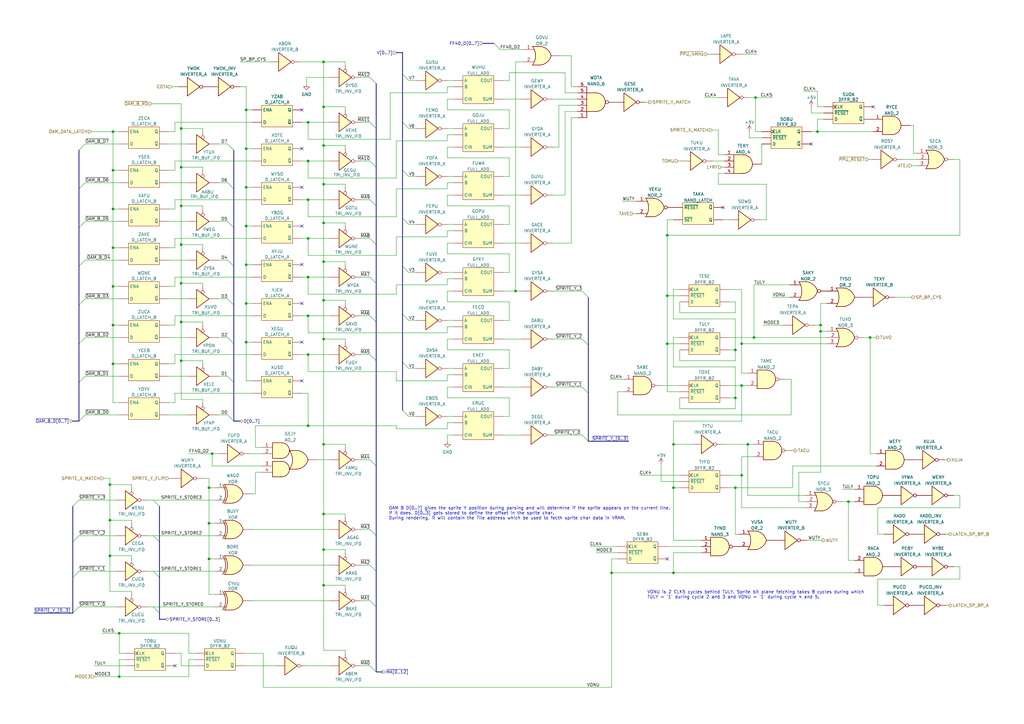
<source format=kicad_sch>
(kicad_sch (version 20211123) (generator eeschema)
  (paper "A3")
  (title_block (title "DMG-CPU B") (date "2022-11-19") (rev "0.2") (company "CC-BY-SA-4.0 Régis Galland & Michael Singer -- Derived work from Furrtek") (comment 1 "https://github.com/msinger/dmg-schematics"))
  (junction (at 74.295 84.455))
  (junction (at 85.725 214.63))
  (junction (at 132.715 25.4))
  (junction (at 46.355 53.975))
  (junction (at 273.685 140.97))
  (junction (at 45.085 213.36))
  (junction (at 46.355 117.475))
  (junction (at 335.28 53.975))
  (junction (at 304.165 140.97))
  (junction (at 273.685 121.285))
  (junction (at 301.625 163.195))
  (junction (at 276.225 234.95))
  (junction (at 85.725 229.235))
  (junction (at 48.895 277.495))
  (junction (at 301.625 200.025))
  (junction (at 46.355 101.6))
  (junction (at 276.225 182.245))
  (junction (at 347.98 205.74))
  (junction (at 276.225 200.025))
  (junction (at 100.965 45.085))
  (junction (at 304.165 194.945))
  (junction (at 85.725 200.025))
  (junction (at 74.295 52.705))
  (junction (at 132.715 123.19))
  (junction (at 126.365 145.415))
  (junction (at 306.705 182.245))
  (junction (at 132.715 240.03))
  (junction (at 336.55 135.89))
  (junction (at 301.625 143.51))
  (junction (at 336.55 133.35))
  (junction (at 126.365 81.915))
  (junction (at 304.165 158.115))
  (junction (at 46.355 133.35))
  (junction (at 86.995 186.055))
  (junction (at 100.965 60.96))
  (junction (at 126.365 97.79))
  (junction (at 250.825 234.95))
  (junction (at 132.715 139.065))
  (junction (at 100.965 124.46))
  (junction (at 126.365 129.54))
  (junction (at 46.355 69.85))
  (junction (at 74.295 132.08))
  (junction (at 132.715 43.815))
  (junction (at 132.715 107.315))
  (junction (at 100.965 108.585))
  (junction (at 100.965 140.335))
  (junction (at 46.355 85.725))
  (junction (at 309.88 40.005))
  (junction (at 48.895 259.715))
  (junction (at 74.295 147.955))
  (junction (at 132.715 91.44))
  (junction (at 132.715 182.245))
  (junction (at 100.965 76.835))
  (junction (at 74.295 68.58))
  (junction (at 126.365 174.625))
  (junction (at 132.715 210.82))
  (junction (at 74.295 100.33))
  (junction (at 132.715 75.565))
  (junction (at 45.085 227.965))
  (junction (at 46.355 149.225))
  (junction (at 211.455 119.38))
  (junction (at 126.365 113.665))
  (junction (at 132.715 59.69))
  (junction (at 132.715 225.425))
  (junction (at 45.085 198.755))
  (junction (at 273.685 96.52))
  (junction (at 126.365 50.165))
  (junction (at 356.87 138.43))
  (junction (at 74.295 116.205))
  (junction (at 100.965 92.71))
  (junction (at 309.245 138.43))
  (junction (at 126.365 66.04))
  (no_connect (at 273.685 229.235))
  (no_connect (at 332.74 59.055))
  (no_connect (at 123.825 156.21))
  (no_connect (at 123.825 140.335))
  (no_connect (at 123.825 124.46))
  (no_connect (at 123.825 108.458))
  (no_connect (at 123.825 92.71))
  (no_connect (at 123.825 76.835))
  (no_connect (at 123.825 45.085))
  (no_connect (at 123.825 60.96))
  (no_connect (at 358.14 43.815))
  (no_connect (at 296.545 85.09))
  (no_connect (at 71.755 273.05))
  (bus_entry (at 167.64 92.075) (size -2.54 -2.54))
  (bus_entry (at 93.345 154.305) (size 2.54 2.54))
  (bus_entry (at 151.765 145.415) (size 2.54 2.54))
  (bus_entry (at 93.345 90.805) (size 2.54 2.54))
  (bus_entry (at 151.765 97.79) (size 2.54 2.54))
  (bus_entry (at 32.385 234.315) (size -2.54 2.54))
  (bus_entry (at 167.64 151.13) (size -2.54 -2.54))
  (bus_entry (at 32.385 219.71) (size -2.54 2.54))
  (bus_entry (at 151.765 50.165) (size 2.54 2.54))
  (bus_entry (at 238.76 178.435) (size 2.54 2.54))
  (bus_entry (at 151.765 273.05) (size 2.54 2.54))
  (bus_entry (at 167.64 111.76) (size -2.54 -2.54))
  (bus_entry (at 32.385 205.105) (size -2.54 2.54))
  (bus_entry (at 62.865 219.71) (size 2.54 2.54))
  (bus_entry (at 34.925 138.43) (size -2.54 2.54))
  (bus_entry (at 151.765 81.915) (size 2.54 2.54))
  (bus_entry (at 34.925 170.18) (size -2.54 2.54))
  (bus_entry (at 62.865 205.105) (size 2.54 2.54))
  (bus_entry (at 205.105 20.32) (size -2.54 -2.54))
  (bus_entry (at 34.925 122.555) (size -2.54 2.54))
  (bus_entry (at 167.64 170.815) (size -2.54 -2.54))
  (bus_entry (at 93.345 170.18) (size 2.54 2.54))
  (bus_entry (at 167.64 131.445) (size -2.54 -2.54))
  (bus_entry (at 167.64 52.705) (size -2.54 -2.54))
  (bus_entry (at 93.345 59.055) (size 2.54 2.54))
  (bus_entry (at 32.385 248.92) (size -2.54 2.54))
  (bus_entry (at 151.765 129.54) (size 2.54 2.54))
  (bus_entry (at 93.345 106.68) (size 2.54 2.54))
  (bus_entry (at 34.925 90.805) (size -2.54 2.54))
  (bus_entry (at 238.76 158.75) (size 2.54 2.54))
  (bus_entry (at 93.345 122.555) (size 2.54 2.54))
  (bus_entry (at 34.925 106.68) (size -2.54 2.54))
  (bus_entry (at 93.345 74.93) (size 2.54 2.54))
  (bus_entry (at 151.765 246.38) (size 2.54 2.54))
  (bus_entry (at 151.765 231.775) (size 2.54 2.54))
  (bus_entry (at 151.765 217.17) (size 2.54 2.54))
  (bus_entry (at 151.765 188.595) (size 2.54 2.54))
  (bus_entry (at 151.765 66.04) (size 2.54 2.54))
  (bus_entry (at 62.865 248.92) (size 2.54 2.54))
  (bus_entry (at 34.925 59.055) (size -2.54 2.54))
  (bus_entry (at 151.765 113.665) (size 2.54 2.54))
  (bus_entry (at 34.925 154.305) (size -2.54 2.54))
  (bus_entry (at 238.76 119.38) (size 2.54 2.54))
  (bus_entry (at 167.64 72.39) (size -2.54 -2.54))
  (bus_entry (at 62.865 234.315) (size 2.54 2.54))
  (bus_entry (at 151.765 31.75) (size 2.54 2.54))
  (bus_entry (at 93.345 138.43) (size 2.54 2.54))
  (bus_entry (at 238.76 139.065) (size 2.54 2.54))
  (bus_entry (at 34.925 74.93) (size -2.54 2.54))
  (bus_entry (at 167.64 33.02) (size -2.54 -2.54))
  (wire (pts (xy 309.245 138.43) (xy 339.09 138.43)))
  (wire (pts (xy 48.895 259.715) (xy 48.895 267.97)))
  (wire (pts (xy 208.915 64.77) (xy 208.915 72.39)))
  (wire (pts (xy 100.33 273.05) (xy 113.03 273.05)))
  (wire (pts (xy 100.965 76.835) (xy 100.965 92.71)))
  (wire (pts (xy 62.865 248.92) (xy 88.265 248.92)))
  (wire (pts (xy 273.685 140.97) (xy 278.765 140.97)))
  (wire (pts (xy 32.385 234.315) (xy 47.625 234.315)))
  (wire (pts (xy 80.01 267.97) (xy 77.47 267.97)))
  (wire (pts (xy 314.325 90.17) (xy 311.785 90.17)))
  (wire (pts (xy 250.825 229.235) (xy 250.825 234.95)))
  (wire (pts (xy 167.64 151.13) (xy 170.815 151.13)))
  (wire (pts (xy 132.715 210.82) (xy 141.605 210.82)))
  (wire (pts (xy 132.715 240.03) (xy 132.715 266.7)))
  (wire (pts (xy 53.975 214.63) (xy 53.975 213.36)))
  (wire (pts (xy 183.515 57.785) (xy 183.515 55.245)))
  (wire (pts (xy 323.85 121.92) (xy 316.865 121.92)))
  (wire (pts (xy 71.755 97.79) (xy 103.505 97.79)))
  (wire (pts (xy 132.715 25.4) (xy 132.715 43.815)))
  (bus (pts (xy 13.97 251.46) (xy 29.845 251.46)))
  (wire (pts (xy 304.165 158.115) (xy 306.705 158.115)))
  (wire (pts (xy 141.605 91.44) (xy 141.605 92.71)))
  (wire (pts (xy 83.185 163.83) (xy 83.185 165.1)))
  (wire (pts (xy 325.755 184.785) (xy 324.485 184.785)))
  (wire (pts (xy 83.185 116.205) (xy 83.185 117.475)))
  (wire (pts (xy 296.545 182.245) (xy 306.705 182.245)))
  (wire (pts (xy 141.605 182.245) (xy 141.605 183.515)))
  (wire (pts (xy 69.215 196.215) (xy 70.485 196.215)))
  (wire (pts (xy 125.73 31.75) (xy 135.255 31.75)))
  (wire (pts (xy 250.19 155.575) (xy 255.905 155.575)))
  (wire (pts (xy 126.365 129.54) (xy 126.365 136.525)))
  (wire (pts (xy 100.965 92.71) (xy 100.965 108.585)))
  (wire (pts (xy 304.165 172.72) (xy 304.165 158.115)))
  (wire (pts (xy 45.085 227.965) (xy 45.085 242.57)))
  (wire (pts (xy 213.995 60.325) (xy 206.375 60.325)))
  (wire (pts (xy 71.755 69.85) (xy 71.755 66.04)))
  (wire (pts (xy 132.715 182.245) (xy 132.715 210.82)))
  (bus (pts (xy 32.385 77.47) (xy 32.385 93.345)))
  (wire (pts (xy 167.64 33.02) (xy 170.815 33.02)))
  (wire (pts (xy 85.725 200.025) (xy 85.725 196.215)))
  (wire (pts (xy 100.965 140.335) (xy 103.505 140.335)))
  (wire (pts (xy 299.085 163.195) (xy 301.625 163.195)))
  (wire (pts (xy 123.825 108.458) (xy 123.825 108.585)))
  (wire (pts (xy 336.55 135.89) (xy 339.09 135.89)))
  (wire (pts (xy 107.95 267.97) (xy 107.95 281.94)))
  (wire (pts (xy 86.995 186.055) (xy 86.995 191.135)))
  (wire (pts (xy 74.295 116.205) (xy 83.185 116.205)))
  (wire (pts (xy 69.215 106.68) (xy 76.835 106.68)))
  (wire (pts (xy 360.045 248.285) (xy 362.585 248.285)))
  (wire (pts (xy 34.925 170.18) (xy 48.895 170.18)))
  (wire (pts (xy 276.225 221.615) (xy 287.655 221.615)))
  (wire (pts (xy 104.775 174.625) (xy 126.365 174.625)))
  (wire (pts (xy 104.775 193.675) (xy 104.775 202.565)))
  (wire (pts (xy 74.295 68.58) (xy 74.295 84.455)))
  (wire (pts (xy 132.715 43.815) (xy 141.605 43.815)))
  (wire (pts (xy 46.355 101.6) (xy 46.355 117.475)))
  (wire (pts (xy 307.34 40.005) (xy 309.88 40.005)))
  (wire (pts (xy 213.995 178.435) (xy 206.375 178.435)))
  (wire (pts (xy 278.765 123.825) (xy 278.765 128.27)))
  (wire (pts (xy 213.995 40.64) (xy 206.375 40.64)))
  (wire (pts (xy 77.47 270.51) (xy 77.47 277.495)))
  (wire (pts (xy 226.695 60.325) (xy 229.235 60.325)))
  (wire (pts (xy 183.515 151.13) (xy 186.055 151.13)))
  (wire (pts (xy 71.755 85.725) (xy 71.755 81.915)))
  (wire (pts (xy 183.515 114.3) (xy 186.055 114.3)))
  (bus (pts (xy 154.305 34.29) (xy 154.305 52.705)))
  (wire (pts (xy 335.28 43.815) (xy 335.28 37.465)))
  (wire (pts (xy 62.865 219.71) (xy 88.265 219.71)))
  (wire (pts (xy 126.365 50.165) (xy 126.365 57.15)))
  (wire (pts (xy 53.975 229.235) (xy 53.975 227.965)))
  (wire (pts (xy 183.515 72.39) (xy 186.055 72.39)))
  (wire (pts (xy 271.145 190.5) (xy 271.145 197.485)))
  (wire (pts (xy 162.56 77.47) (xy 183.515 77.47)))
  (bus (pts (xy 95.885 172.72) (xy 95.885 156.845)))
  (wire (pts (xy 125.73 273.05) (xy 135.255 273.05)))
  (wire (pts (xy 208.915 45.085) (xy 208.915 52.705)))
  (wire (pts (xy 71.755 149.225) (xy 71.755 145.415)))
  (wire (pts (xy 85.725 214.63) (xy 88.265 214.63)))
  (wire (pts (xy 132.715 107.315) (xy 141.605 107.315)))
  (wire (pts (xy 301.625 143.51) (xy 301.625 130.81)))
  (wire (pts (xy 69.215 59.055) (xy 76.835 59.055)))
  (wire (pts (xy 34.925 106.68) (xy 48.895 106.68)))
  (bus (pts (xy 32.385 93.345) (xy 32.385 109.22)))
  (wire (pts (xy 374.65 51.435) (xy 374.65 62.865)))
  (wire (pts (xy 206.375 52.705) (xy 208.915 52.705)))
  (wire (pts (xy 234.315 22.86) (xy 234.315 35.56)))
  (wire (pts (xy 208.915 163.195) (xy 183.515 163.195)))
  (bus (pts (xy 32.385 140.97) (xy 32.385 156.845)))
  (wire (pts (xy 46.355 69.85) (xy 48.895 69.85)))
  (wire (pts (xy 126.365 152.4) (xy 162.56 152.4)))
  (wire (pts (xy 123.825 50.165) (xy 126.365 50.165)))
  (wire (pts (xy 71.755 53.975) (xy 71.755 50.165)))
  (wire (pts (xy 46.355 69.85) (xy 46.355 85.725)))
  (wire (pts (xy 183.515 170.815) (xy 186.055 170.815)))
  (wire (pts (xy 183.515 33.02) (xy 186.055 33.02)))
  (wire (pts (xy 183.515 131.445) (xy 186.055 131.445)))
  (wire (pts (xy 126.365 120.65) (xy 162.56 120.65)))
  (wire (pts (xy 208.915 123.825) (xy 208.915 131.445)))
  (wire (pts (xy 347.98 205.74) (xy 347.98 229.87)))
  (wire (pts (xy 292.1 66.04) (xy 297.18 66.04)))
  (wire (pts (xy 208.915 163.195) (xy 208.915 170.815)))
  (wire (pts (xy 132.715 210.82) (xy 132.715 225.425)))
  (wire (pts (xy 211.455 119.38) (xy 206.375 119.38)))
  (wire (pts (xy 183.515 139.065) (xy 186.055 139.065)))
  (wire (pts (xy 45.085 213.36) (xy 45.085 227.965)))
  (wire (pts (xy 183.515 173.355) (xy 186.055 173.355)))
  (wire (pts (xy 132.715 25.4) (xy 141.605 25.4)))
  (wire (pts (xy 126.365 66.04) (xy 126.365 73.025)))
  (wire (pts (xy 69.215 90.805) (xy 76.835 90.805)))
  (wire (pts (xy 304.165 194.945) (xy 304.165 187.325)))
  (wire (pts (xy 89.535 74.93) (xy 93.345 74.93)))
  (wire (pts (xy 69.215 74.93) (xy 76.835 74.93)))
  (wire (pts (xy 85.725 229.235) (xy 88.265 229.235)))
  (bus (pts (xy 165.1 30.48) (xy 165.1 21.59)))
  (wire (pts (xy 327.66 205.74) (xy 330.2 205.74)))
  (wire (pts (xy 141.605 210.82) (xy 141.605 212.09)))
  (wire (pts (xy 32.385 205.105) (xy 47.625 205.105)))
  (bus (pts (xy 32.385 125.095) (xy 32.385 140.97)))
  (wire (pts (xy 74.295 84.455) (xy 74.295 100.33)))
  (wire (pts (xy 132.715 43.815) (xy 132.715 59.69)))
  (wire (pts (xy 162.56 156.21) (xy 183.515 156.21)))
  (wire (pts (xy 314.325 90.17) (xy 314.325 75.565)))
  (wire (pts (xy 324.485 155.575) (xy 321.945 155.575)))
  (wire (pts (xy 309.245 116.84) (xy 309.245 138.43)))
  (wire (pts (xy 339.09 140.97) (xy 304.165 140.97)))
  (wire (pts (xy 126.365 113.665) (xy 135.255 113.665)))
  (wire (pts (xy 104.775 183.515) (xy 104.775 174.625)))
  (wire (pts (xy 126.365 97.79) (xy 126.365 104.775)))
  (wire (pts (xy 307.34 53.975) (xy 307.34 56.515)))
  (wire (pts (xy 89.535 154.305) (xy 93.345 154.305)))
  (wire (pts (xy 89.535 59.055) (xy 93.345 59.055)))
  (wire (pts (xy 299.085 123.825) (xy 301.625 123.825)))
  (wire (pts (xy 53.975 227.965) (xy 45.085 227.965)))
  (wire (pts (xy 46.355 117.475) (xy 48.895 117.475)))
  (wire (pts (xy 301.625 219.075) (xy 302.895 219.075)))
  (wire (pts (xy 46.355 165.1) (xy 48.895 165.1)))
  (wire (pts (xy 132.715 225.425) (xy 141.605 225.425)))
  (wire (pts (xy 147.955 145.415) (xy 151.765 145.415)))
  (wire (pts (xy 208.915 45.085) (xy 183.515 45.085)))
  (wire (pts (xy 393.7 237.49) (xy 360.045 237.49)))
  (wire (pts (xy 183.515 97.155) (xy 183.515 94.615)))
  (wire (pts (xy 208.915 123.825) (xy 183.515 123.825)))
  (wire (pts (xy 74.295 273.05) (xy 80.01 273.05)))
  (wire (pts (xy 183.515 77.47) (xy 183.515 74.93)))
  (wire (pts (xy 183.515 55.245) (xy 186.055 55.245)))
  (wire (pts (xy 312.42 67.31) (xy 312.42 59.055)))
  (wire (pts (xy 183.515 111.76) (xy 186.055 111.76)))
  (wire (pts (xy 62.865 205.105) (xy 88.265 205.105)))
  (wire (pts (xy 183.515 40.64) (xy 186.055 40.64)))
  (wire (pts (xy 141.605 107.315) (xy 141.605 108.585)))
  (wire (pts (xy 86.995 191.135) (xy 107.315 191.135)))
  (wire (pts (xy 336.55 133.35) (xy 336.55 135.89)))
  (wire (pts (xy 147.955 97.79) (xy 151.765 97.79)))
  (wire (pts (xy 299.085 143.51) (xy 301.625 143.51)))
  (wire (pts (xy 69.215 122.555) (xy 76.835 122.555)))
  (bus (pts (xy 165.1 109.22) (xy 165.1 89.535)))
  (wire (pts (xy 273.685 96.52) (xy 273.685 121.285)))
  (wire (pts (xy 226.695 158.75) (xy 238.76 158.75)))
  (wire (pts (xy 183.515 119.38) (xy 186.055 119.38)))
  (wire (pts (xy 34.925 122.555) (xy 48.895 122.555)))
  (wire (pts (xy 291.465 22.225) (xy 290.195 22.225)))
  (wire (pts (xy 206.375 92.075) (xy 208.915 92.075)))
  (wire (pts (xy 123.825 145.415) (xy 126.365 145.415)))
  (wire (pts (xy 88.265 200.025) (xy 85.725 200.025)))
  (wire (pts (xy 347.98 229.87) (xy 350.52 229.87)))
  (wire (pts (xy 89.535 170.18) (xy 93.345 170.18)))
  (wire (pts (xy 74.295 132.08) (xy 74.295 147.955)))
  (wire (pts (xy 332.74 53.975) (xy 335.28 53.975)))
  (bus (pts (xy 154.305 191.135) (xy 154.305 147.955)))
  (bus (pts (xy 154.305 68.58) (xy 154.305 84.455)))
  (wire (pts (xy 126.365 81.915) (xy 126.365 88.9)))
  (wire (pts (xy 74.295 147.955) (xy 74.295 163.83)))
  (wire (pts (xy 183.515 60.325) (xy 186.055 60.325)))
  (wire (pts (xy 271.145 158.115) (xy 278.765 158.115)))
  (wire (pts (xy 37.465 53.975) (xy 46.355 53.975)))
  (wire (pts (xy 34.925 59.055) (xy 48.895 59.055)))
  (wire (pts (xy 77.47 259.715) (xy 48.895 259.715)))
  (wire (pts (xy 183.515 35.56) (xy 186.055 35.56)))
  (wire (pts (xy 374.015 67.945) (xy 375.92 67.945)))
  (wire (pts (xy 208.915 64.77) (xy 183.515 64.77)))
  (wire (pts (xy 126.365 161.29) (xy 126.365 174.625)))
  (wire (pts (xy 276.225 200.025) (xy 276.225 221.615)))
  (wire (pts (xy 276.225 118.745) (xy 278.765 118.745)))
  (wire (pts (xy 48.895 277.495) (xy 48.895 270.51)))
  (wire (pts (xy 273.685 90.17) (xy 273.685 96.52)))
  (wire (pts (xy 89.535 90.805) (xy 93.345 90.805)))
  (wire (pts (xy 74.295 84.455) (xy 83.185 84.455)))
  (wire (pts (xy 100.965 45.085) (xy 103.505 45.085)))
  (wire (pts (xy 206.375 131.445) (xy 208.915 131.445)))
  (wire (pts (xy 259.715 87.63) (xy 260.985 87.63)))
  (wire (pts (xy 71.755 117.475) (xy 71.755 113.665)))
  (wire (pts (xy 71.755 145.415) (xy 103.505 145.415)))
  (wire (pts (xy 74.295 267.97) (xy 74.295 273.05)))
  (wire (pts (xy 85.725 243.84) (xy 88.265 243.84)))
  (wire (pts (xy 288.925 40.005) (xy 294.64 40.005)))
  (wire (pts (xy 393.7 208.28) (xy 360.045 208.28)))
  (wire (pts (xy 74.295 100.33) (xy 74.295 116.205)))
  (wire (pts (xy 85.725 200.025) (xy 85.725 214.63)))
  (wire (pts (xy 126.365 113.665) (xy 126.365 120.65)))
  (wire (pts (xy 41.91 259.715) (xy 48.895 259.715)))
  (wire (pts (xy 141.605 43.815) (xy 141.605 45.085)))
  (wire (pts (xy 186.055 178.435) (xy 183.515 178.435)))
  (wire (pts (xy 126.365 129.54) (xy 135.255 129.54)))
  (wire (pts (xy 126.365 136.525) (xy 183.515 136.525)))
  (wire (pts (xy 314.325 75.565) (xy 294.64 75.565)))
  (wire (pts (xy 330.835 221.615) (xy 337.185 221.615)))
  (wire (pts (xy 162.56 88.9) (xy 162.56 77.47)))
  (wire (pts (xy 250.825 234.95) (xy 250.825 281.94)))
  (wire (pts (xy 34.925 154.305) (xy 48.895 154.305)))
  (wire (pts (xy 100.965 124.46) (xy 103.505 124.46)))
  (wire (pts (xy 126.365 88.9) (xy 162.56 88.9)))
  (wire (pts (xy 107.95 281.94) (xy 250.825 281.94)))
  (wire (pts (xy 130.175 188.595) (xy 135.255 188.595)))
  (bus (pts (xy 32.385 109.22) (xy 32.385 125.095)))
  (wire (pts (xy 46.355 101.6) (xy 48.895 101.6)))
  (wire (pts (xy 301.625 163.195) (xy 301.625 150.495)))
  (wire (pts (xy 299.085 200.025) (xy 301.625 200.025)))
  (wire (pts (xy 141.605 266.7) (xy 141.605 267.97)))
  (wire (pts (xy 167.64 131.445) (xy 170.815 131.445)))
  (wire (pts (xy 83.185 52.705) (xy 83.185 53.975)))
  (wire (pts (xy 48.895 267.97) (xy 51.435 267.97)))
  (wire (pts (xy 71.755 133.35) (xy 71.755 129.54)))
  (wire (pts (xy 213.995 158.75) (xy 206.375 158.75)))
  (wire (pts (xy 132.715 240.03) (xy 141.605 240.03)))
  (wire (pts (xy 70.485 35.56) (xy 73.025 35.56)))
  (bus (pts (xy 98.425 172.72) (xy 95.885 172.72)))
  (wire (pts (xy 132.715 59.69) (xy 141.605 59.69)))
  (wire (pts (xy 167.64 111.76) (xy 170.815 111.76)))
  (wire (pts (xy 324.485 170.18) (xy 324.485 155.575)))
  (wire (pts (xy 147.955 66.04) (xy 151.765 66.04)))
  (wire (pts (xy 103.505 231.775) (xy 135.255 231.775)))
  (wire (pts (xy 226.695 99.695) (xy 234.315 99.695)))
  (wire (pts (xy 356.235 65.405) (xy 357.505 65.405)))
  (wire (pts (xy 213.995 80.01) (xy 206.375 80.01)))
  (wire (pts (xy 301.625 147.955) (xy 278.765 147.955)))
  (wire (pts (xy 147.955 273.05) (xy 151.765 273.05)))
  (wire (pts (xy 295.91 68.58) (xy 297.18 68.58)))
  (wire (pts (xy 69.215 138.43) (xy 76.835 138.43)))
  (wire (pts (xy 53.975 200.025) (xy 53.975 198.755)))
  (wire (pts (xy 147.955 188.595) (xy 151.765 188.595)))
  (wire (pts (xy 132.715 59.69) (xy 132.715 75.565)))
  (wire (pts (xy 301.625 130.81) (xy 276.225 130.81)))
  (wire (pts (xy 71.755 267.97) (xy 74.295 267.97)))
  (wire (pts (xy 183.515 80.01) (xy 186.055 80.01)))
  (wire (pts (xy 276.225 226.695) (xy 287.655 226.695)))
  (wire (pts (xy 304.165 208.28) (xy 304.165 194.945)))
  (wire (pts (xy 34.925 90.805) (xy 48.895 90.805)))
  (wire (pts (xy 360.045 208.28) (xy 360.045 219.075)))
  (wire (pts (xy 46.355 53.975) (xy 46.355 69.85)))
  (wire (pts (xy 213.995 119.38) (xy 211.455 119.38)))
  (wire (pts (xy 32.385 248.92) (xy 47.625 248.92)))
  (wire (pts (xy 132.715 225.425) (xy 132.715 240.03)))
  (bus (pts (xy 95.885 77.47) (xy 95.885 93.345)))
  (wire (pts (xy 183.515 92.075) (xy 186.055 92.075)))
  (wire (pts (xy 206.375 151.13) (xy 208.915 151.13)))
  (wire (pts (xy 89.535 122.555) (xy 93.345 122.555)))
  (wire (pts (xy 100.965 76.835) (xy 103.505 76.835)))
  (wire (pts (xy 126.365 174.625) (xy 162.56 174.625)))
  (wire (pts (xy 71.755 165.1) (xy 71.755 161.29)))
  (wire (pts (xy 69.215 85.725) (xy 71.755 85.725)))
  (wire (pts (xy 307.34 56.515) (xy 312.42 56.515)))
  (wire (pts (xy 332.74 46.355) (xy 337.82 46.355)))
  (wire (pts (xy 83.185 132.08) (xy 83.185 133.35)))
  (wire (pts (xy 208.915 84.455) (xy 208.915 92.075)))
  (wire (pts (xy 100.965 108.585) (xy 100.965 124.46)))
  (wire (pts (xy 74.295 100.33) (xy 83.185 100.33)))
  (bus (pts (xy 65.405 251.46) (xy 65.405 254)))
  (wire (pts (xy 147.955 81.915) (xy 151.765 81.915)))
  (wire (pts (xy 183.515 153.67) (xy 186.055 153.67)))
  (bus (pts (xy 165.1 89.535) (xy 165.1 69.85)))
  (wire (pts (xy 132.715 123.19) (xy 132.715 139.065)))
  (wire (pts (xy 162.56 57.785) (xy 162.56 73.025)))
  (wire (pts (xy 132.715 91.44) (xy 132.715 107.315)))
  (wire (pts (xy 162.56 152.4) (xy 162.56 156.21)))
  (wire (pts (xy 373.38 51.435) (xy 374.65 51.435)))
  (wire (pts (xy 83.185 100.33) (xy 83.185 101.6)))
  (wire (pts (xy 276.225 182.245) (xy 276.225 200.025)))
  (wire (pts (xy 231.775 45.72) (xy 236.855 45.72)))
  (wire (pts (xy 323.85 116.84) (xy 309.245 116.84)))
  (wire (pts (xy 299.085 118.745) (xy 304.165 118.745)))
  (wire (pts (xy 183.515 99.695) (xy 186.055 99.695)))
  (wire (pts (xy 100.965 108.585) (xy 103.505 108.585)))
  (wire (pts (xy 183.515 175.895) (xy 183.515 173.355)))
  (bus (pts (xy 65.405 207.645) (xy 65.405 222.25)))
  (wire (pts (xy 132.715 139.065) (xy 141.605 139.065)))
  (wire (pts (xy 325.12 200.025) (xy 301.625 200.025)))
  (wire (pts (xy 244.475 226.695) (xy 253.365 226.695)))
  (wire (pts (xy 162.56 120.65) (xy 162.56 116.84)))
  (wire (pts (xy 53.975 198.755) (xy 45.085 198.755)))
  (wire (pts (xy 123.825 97.79) (xy 126.365 97.79)))
  (wire (pts (xy 183.515 45.085) (xy 183.515 40.64)))
  (wire (pts (xy 147.955 50.165) (xy 151.765 50.165)))
  (wire (pts (xy 208.915 104.14) (xy 208.915 111.76)))
  (wire (pts (xy 71.755 50.165) (xy 103.505 50.165)))
  (wire (pts (xy 273.685 121.285) (xy 278.765 121.285)))
  (bus (pts (xy 29.845 172.72) (xy 32.385 172.72)))
  (wire (pts (xy 327.66 193.675) (xy 336.55 193.675)))
  (wire (pts (xy 46.355 149.225) (xy 48.895 149.225)))
  (wire (pts (xy 304.165 118.745) (xy 304.165 140.97)))
  (wire (pts (xy 83.185 147.955) (xy 83.185 149.225)))
  (wire (pts (xy 98.425 25.4) (xy 110.49 25.4)))
  (wire (pts (xy 374.65 62.865) (xy 375.92 62.865)))
  (wire (pts (xy 273.685 90.17) (xy 276.225 90.17)))
  (wire (pts (xy 132.715 123.19) (xy 141.605 123.19)))
  (wire (pts (xy 147.955 113.665) (xy 151.765 113.665)))
  (wire (pts (xy 126.365 50.165) (xy 135.255 50.165)))
  (wire (pts (xy 69.215 101.6) (xy 71.755 101.6)))
  (wire (pts (xy 387.35 188.595) (xy 388.62 188.595)))
  (wire (pts (xy 126.365 145.415) (xy 126.365 152.4)))
  (bus (pts (xy 156.845 275.59) (xy 154.305 275.59)))
  (wire (pts (xy 53.975 242.57) (xy 45.085 242.57)))
  (wire (pts (xy 69.215 117.475) (xy 71.755 117.475)))
  (wire (pts (xy 264.795 41.91) (xy 266.065 41.91)))
  (bus (pts (xy 241.3 161.29) (xy 241.3 180.975)))
  (wire (pts (xy 211.455 119.38) (xy 211.455 25.4)))
  (wire (pts (xy 231.775 38.1) (xy 236.855 38.1)))
  (wire (pts (xy 213.995 99.695) (xy 206.375 99.695)))
  (wire (pts (xy 71.755 129.54) (xy 103.505 129.54)))
  (wire (pts (xy 126.365 145.415) (xy 135.255 145.415)))
  (wire (pts (xy 45.085 198.755) (xy 45.085 196.215)))
  (wire (pts (xy 337.82 43.815) (xy 335.28 43.815)))
  (wire (pts (xy 183.515 38.1) (xy 183.515 35.56)))
  (wire (pts (xy 60.325 205.105) (xy 62.865 205.105)))
  (wire (pts (xy 74.295 52.705) (xy 74.295 68.58)))
  (wire (pts (xy 276.225 182.245) (xy 276.225 172.72)))
  (wire (pts (xy 69.215 133.35) (xy 71.755 133.35)))
  (wire (pts (xy 208.915 104.14) (xy 183.515 104.14)))
  (bus (pts (xy 95.885 140.97) (xy 95.885 156.845)))
  (wire (pts (xy 278.765 167.64) (xy 278.765 163.195)))
  (wire (pts (xy 332.74 43.815) (xy 332.74 46.355)))
  (wire (pts (xy 132.715 91.44) (xy 141.605 91.44)))
  (bus (pts (xy 154.305 52.705) (xy 154.305 68.58)))
  (wire (pts (xy 299.085 194.945) (xy 304.165 194.945)))
  (wire (pts (xy 74.295 132.08) (xy 83.185 132.08)))
  (wire (pts (xy 206.375 72.39) (xy 208.915 72.39)))
  (wire (pts (xy 226.695 119.38) (xy 238.76 119.38)))
  (wire (pts (xy 183.515 133.985) (xy 186.055 133.985)))
  (wire (pts (xy 46.355 53.975) (xy 48.895 53.975)))
  (wire (pts (xy 89.535 106.68) (xy 93.345 106.68)))
  (wire (pts (xy 301.625 200.025) (xy 301.625 219.075)))
  (wire (pts (xy 123.825 161.29) (xy 126.365 161.29)))
  (wire (pts (xy 69.215 170.18) (xy 76.835 170.18)))
  (wire (pts (xy 147.955 217.17) (xy 151.765 217.17)))
  (wire (pts (xy 167.64 170.815) (xy 170.815 170.815)))
  (wire (pts (xy 85.725 229.235) (xy 85.725 243.84)))
  (wire (pts (xy 299.085 158.115) (xy 304.165 158.115)))
  (wire (pts (xy 292.1 53.34) (xy 294.64 53.34)))
  (wire (pts (xy 141.605 75.565) (xy 141.605 76.835)))
  (wire (pts (xy 229.235 60.325) (xy 229.235 43.18)))
  (wire (pts (xy 367.03 121.92) (xy 374.015 121.92)))
  (wire (pts (xy 77.47 267.97) (xy 77.47 259.715)))
  (bus (pts (xy 154.305 234.315) (xy 154.305 219.71)))
  (wire (pts (xy 356.87 138.43) (xy 359.41 138.43)))
  (wire (pts (xy 255.905 160.655) (xy 253.365 160.655)))
  (wire (pts (xy 208.915 143.51) (xy 183.515 143.51)))
  (wire (pts (xy 211.455 25.4) (xy 214.63 25.4)))
  (wire (pts (xy 100.33 267.97) (xy 107.95 267.97)))
  (wire (pts (xy 107.315 183.515) (xy 104.775 183.515)))
  (wire (pts (xy 299.085 90.17) (xy 296.545 90.17)))
  (wire (pts (xy 226.695 40.64) (xy 236.855 40.64)))
  (wire (pts (xy 301.625 163.195) (xy 301.625 167.64)))
  (wire (pts (xy 167.64 92.075) (xy 170.815 92.075)))
  (bus (pts (xy 32.385 172.72) (xy 32.385 156.845)))
  (wire (pts (xy 160.02 38.1) (xy 183.515 38.1)))
  (wire (pts (xy 250.825 234.95) (xy 276.225 234.95)))
  (wire (pts (xy 278.13 66.04) (xy 279.4 66.04)))
  (bus (pts (xy 32.385 61.595) (xy 32.385 77.47)))
  (wire (pts (xy 83.185 84.455) (xy 83.185 85.725)))
  (wire (pts (xy 123.825 129.54) (xy 126.365 129.54)))
  (wire (pts (xy 100.965 45.085) (xy 100.965 60.96)))
  (bus (pts (xy 65.405 222.25) (xy 65.405 236.855)))
  (wire (pts (xy 77.47 277.495) (xy 48.895 277.495)))
  (wire (pts (xy 183.515 136.525) (xy 183.515 133.985)))
  (wire (pts (xy 160.02 57.15) (xy 160.02 38.1)))
  (wire (pts (xy 69.215 154.305) (xy 76.835 154.305)))
  (wire (pts (xy 71.755 161.29) (xy 103.505 161.29)))
  (bus (pts (xy 154.305 132.08) (xy 154.305 147.955)))
  (wire (pts (xy 226.695 178.435) (xy 238.76 178.435)))
  (bus (pts (xy 154.305 116.205) (xy 154.305 132.08)))
  (wire (pts (xy 389.255 248.285) (xy 387.985 248.285)))
  (wire (pts (xy 183.515 163.195) (xy 183.515 158.75)))
  (bus (pts (xy 165.1 148.59) (xy 165.1 128.905)))
  (wire (pts (xy 229.87 22.86) (xy 234.315 22.86)))
  (wire (pts (xy 71.755 113.665) (xy 103.505 113.665)))
  (bus (pts (xy 154.305 100.33) (xy 154.305 116.205)))
  (wire (pts (xy 132.715 107.315) (xy 132.715 123.19)))
  (wire (pts (xy 74.295 116.205) (xy 74.295 132.08)))
  (wire (pts (xy 234.315 35.56) (xy 236.855 35.56)))
  (wire (pts (xy 334.01 133.35) (xy 336.55 133.35)))
  (wire (pts (xy 336.55 124.46) (xy 336.55 133.35)))
  (wire (pts (xy 301.625 167.64) (xy 278.765 167.64)))
  (wire (pts (xy 71.755 66.04) (xy 103.505 66.04)))
  (wire (pts (xy 162.56 174.625) (xy 162.56 175.895)))
  (wire (pts (xy 273.685 224.155) (xy 287.655 224.155)))
  (wire (pts (xy 123.825 81.915) (xy 126.365 81.915)))
  (wire (pts (xy 69.215 69.85) (xy 71.755 69.85)))
  (wire (pts (xy 74.295 163.83) (xy 83.185 163.83)))
  (wire (pts (xy 339.09 124.46) (xy 336.55 124.46)))
  (wire (pts (xy 60.325 234.315) (xy 62.865 234.315)))
  (wire (pts (xy 89.535 138.43) (xy 93.345 138.43)))
  (wire (pts (xy 100.965 35.56) (xy 100.965 45.085)))
  (wire (pts (xy 98.425 35.56) (xy 100.965 35.56)))
  (wire (pts (xy 126.365 104.775) (xy 162.56 104.775)))
  (wire (pts (xy 104.775 202.565) (xy 103.505 202.565)))
  (wire (pts (xy 278.765 128.27) (xy 301.625 128.27)))
  (wire (pts (xy 147.955 231.775) (xy 151.765 231.775)))
  (wire (pts (xy 103.505 217.17) (xy 135.255 217.17)))
  (wire (pts (xy 356.87 186.055) (xy 359.41 186.055)))
  (bus (pts (xy 95.885 125.095) (xy 95.885 140.97)))
  (wire (pts (xy 360.045 237.49) (xy 360.045 248.285)))
  (wire (pts (xy 132.715 182.245) (xy 141.605 182.245)))
  (bus (pts (xy 198.12 17.78) (xy 202.565 17.78)))
  (wire (pts (xy 208.915 84.455) (xy 183.515 84.455)))
  (wire (pts (xy 45.085 198.755) (xy 45.085 213.36)))
  (wire (pts (xy 273.685 140.97) (xy 273.685 160.655)))
  (wire (pts (xy 278.765 160.655) (xy 273.685 160.655)))
  (wire (pts (xy 147.955 246.38) (xy 151.765 246.38)))
  (wire (pts (xy 389.255 219.075) (xy 387.985 219.075)))
  (bus (pts (xy 165.1 50.165) (xy 165.1 30.48)))
  (wire (pts (xy 141.605 225.425) (xy 141.605 226.695)))
  (wire (pts (xy 306.705 182.245) (xy 306.705 203.2)))
  (wire (pts (xy 85.725 214.63) (xy 85.725 229.235)))
  (wire (pts (xy 206.375 111.76) (xy 208.915 111.76)))
  (wire (pts (xy 335.28 48.895) (xy 335.28 53.975)))
  (wire (pts (xy 85.725 196.215) (xy 83.185 196.215)))
  (wire (pts (xy 69.215 53.975) (xy 71.755 53.975)))
  (wire (pts (xy 162.56 104.775) (xy 162.56 97.155)))
  (wire (pts (xy 255.27 82.55) (xy 260.985 82.55)))
  (wire (pts (xy 208.915 33.02) (xy 206.375 33.02)))
  (wire (pts (xy 183.515 158.75) (xy 186.055 158.75)))
  (wire (pts (xy 309.88 40.005) (xy 309.88 53.975)))
  (bus (pts (xy 154.305 84.455) (xy 154.305 100.33)))
  (wire (pts (xy 301.625 128.27) (xy 301.625 123.825)))
  (bus (pts (xy 95.885 109.22) (xy 95.885 125.095)))
  (wire (pts (xy 393.7 203.2) (xy 393.7 208.28)))
  (wire (pts (xy 262.255 194.945) (xy 278.765 194.945)))
  (wire (pts (xy 391.16 203.2) (xy 393.7 203.2)))
  (wire (pts (xy 276.225 172.72) (xy 304.165 172.72)))
  (wire (pts (xy 391.16 232.41) (xy 393.7 232.41)))
  (wire (pts (xy 126.365 81.915) (xy 135.255 81.915)))
  (wire (pts (xy 147.955 129.54) (xy 151.765 129.54)))
  (wire (pts (xy 345.44 200.66) (xy 350.52 200.66)))
  (wire (pts (xy 241.935 224.155) (xy 253.365 224.155)))
  (wire (pts (xy 126.365 73.025) (xy 162.56 73.025)))
  (wire (pts (xy 183.515 116.84) (xy 183.515 114.3)))
  (wire (pts (xy 273.685 121.285) (xy 273.685 140.97)))
  (wire (pts (xy 226.695 80.01) (xy 231.775 80.01)))
  (wire (pts (xy 231.775 80.01) (xy 231.775 45.72)))
  (wire (pts (xy 301.625 150.495) (xy 276.225 150.495)))
  (wire (pts (xy 391.16 65.405) (xy 393.7 65.405)))
  (bus (pts (xy 162.56 21.59) (xy 165.1 21.59)))
  (wire (pts (xy 309.88 53.975) (xy 312.42 53.975)))
  (wire (pts (xy 103.505 246.38) (xy 135.255 246.38)))
  (bus (pts (xy 165.1 69.85) (xy 165.1 50.165)))
  (wire (pts (xy 46.355 133.35) (xy 48.895 133.35)))
  (wire (pts (xy 347.98 205.74) (xy 350.52 205.74)))
  (wire (pts (xy 183.515 74.93) (xy 186.055 74.93)))
  (wire (pts (xy 183.515 104.14) (xy 183.515 99.695)))
  (wire (pts (xy 304.165 140.97) (xy 304.165 153.035)))
  (bus (pts (xy 241.3 141.605) (xy 241.3 121.92)))
  (wire (pts (xy 253.365 170.18) (xy 324.485 170.18)))
  (wire (pts (xy 42.545 196.215) (xy 45.085 196.215)))
  (wire (pts (xy 48.895 270.51) (xy 51.435 270.51)))
  (wire (pts (xy 74.295 68.58) (xy 83.185 68.58)))
  (wire (pts (xy 125.73 31.75) (xy 125.73 34.29)))
  (wire (pts (xy 74.295 147.955) (xy 83.185 147.955)))
  (wire (pts (xy 393.7 65.405) (xy 393.7 96.52)))
  (bus (pts (xy 154.305 248.92) (xy 154.305 234.315)))
  (wire (pts (xy 89.535 186.055) (xy 86.995 186.055)))
  (bus (pts (xy 65.405 236.855) (xy 65.405 251.46)))
  (wire (pts (xy 276.225 118.745) (xy 276.225 130.81)))
  (wire (pts (xy 100.965 60.96) (xy 103.505 60.96)))
  (wire (pts (xy 38.735 273.05) (xy 51.435 273.05)))
  (bus (pts (xy 29.845 236.855) (xy 29.845 251.46)))
  (wire (pts (xy 32.385 219.71) (xy 47.625 219.71)))
  (wire (pts (xy 74.295 52.705) (xy 83.185 52.705)))
  (wire (pts (xy 183.515 94.615) (xy 186.055 94.615)))
  (wire (pts (xy 299.085 138.43) (xy 309.245 138.43)))
  (wire (pts (xy 132.715 75.565) (xy 141.605 75.565)))
  (wire (pts (xy 294.64 53.34) (xy 294.64 63.5)))
  (wire (pts (xy 226.695 139.065) (xy 238.76 139.065)))
  (wire (pts (xy 34.925 138.43) (xy 48.895 138.43)))
  (wire (pts (xy 206.375 170.815) (xy 208.915 170.815)))
  (wire (pts (xy 69.215 149.225) (xy 71.755 149.225)))
  (wire (pts (xy 276.225 234.95) (xy 276.225 226.695)))
  (wire (pts (xy 126.365 66.04) (xy 135.255 66.04)))
  (bus (pts (xy 95.885 93.345) (xy 95.885 109.22)))
  (wire (pts (xy 276.225 138.43) (xy 278.765 138.43)))
  (wire (pts (xy 123.825 66.04) (xy 126.365 66.04)))
  (wire (pts (xy 325.12 191.135) (xy 359.41 191.135)))
  (wire (pts (xy 313.055 133.35) (xy 321.31 133.35)))
  (wire (pts (xy 123.19 25.4) (xy 132.715 25.4)))
  (bus (pts (xy 95.885 61.595) (xy 95.885 77.47)))
  (wire (pts (xy 306.705 203.2) (xy 330.2 203.2)))
  (wire (pts (xy 253.365 160.655) (xy 253.365 170.18)))
  (wire (pts (xy 234.315 99.695) (xy 234.315 48.26)))
  (wire (pts (xy 271.145 197.485) (xy 278.765 197.485)))
  (wire (pts (xy 100.965 60.96) (xy 100.965 76.835)))
  (wire (pts (xy 183.515 64.77) (xy 183.515 60.325)))
  (wire (pts (xy 345.44 205.74) (xy 347.98 205.74)))
  (wire (pts (xy 162.56 175.895) (xy 183.515 175.895)))
  (wire (pts (xy 100.965 124.46) (xy 100.965 140.335)))
  (wire (pts (xy 309.88 40.005) (xy 316.865 40.005)))
  (wire (pts (xy 213.995 139.065) (xy 206.375 139.065)))
  (wire (pts (xy 183.515 143.51) (xy 183.515 139.065)))
  (wire (pts (xy 102.235 186.055) (xy 107.315 186.055)))
  (wire (pts (xy 337.82 48.895) (xy 335.28 48.895)))
  (bus (pts (xy 154.305 219.71) (xy 154.305 191.135)))
  (wire (pts (xy 306.705 182.245) (xy 309.245 182.245)))
  (bus (pts (xy 165.1 128.905) (xy 165.1 109.22)))
  (wire (pts (xy 147.955 31.75) (xy 151.765 31.75)))
  (wire (pts (xy 167.64 72.39) (xy 170.815 72.39)))
  (wire (pts (xy 183.515 123.825) (xy 183.515 119.38)))
  (wire (pts (xy 304.165 153.035) (xy 306.705 153.035)))
  (wire (pts (xy 393.7 232.41) (xy 393.7 237.49)))
  (wire (pts (xy 132.715 266.7) (xy 141.605 266.7)))
  (wire (pts (xy 276.225 234.95) (xy 350.52 234.95)))
  (wire (pts (xy 276.225 182.245) (xy 283.845 182.245)))
  (wire (pts (xy 183.515 84.455) (xy 183.515 80.01)))
  (wire (pts (xy 141.605 240.03) (xy 141.605 241.3)))
  (wire (pts (xy 69.215 165.1) (xy 71.755 165.1)))
  (wire (pts (xy 301.625 143.51) (xy 301.625 147.955)))
  (wire (pts (xy 126.365 97.79) (xy 135.255 97.79)))
  (wire (pts (xy 126.365 57.15) (xy 160.02 57.15)))
  (wire (pts (xy 183.515 153.67) (xy 183.515 156.21)))
  (wire (pts (xy 276.225 200.025) (xy 278.765 200.025)))
  (wire (pts (xy 62.23 42.545) (xy 74.295 42.545)))
  (bus (pts (xy 241.3 141.605) (xy 241.3 161.29)))
  (wire (pts (xy 83.185 68.58) (xy 83.185 69.85)))
  (wire (pts (xy 46.355 149.225) (xy 46.355 165.1)))
  (wire (pts (xy 34.925 74.93) (xy 48.895 74.93)))
  (wire (pts (xy 132.715 139.065) (xy 132.715 182.245)))
  (wire (pts (xy 100.965 140.335) (xy 100.965 156.21)))
  (wire (pts (xy 356.87 138.43) (xy 356.87 186.055)))
  (wire (pts (xy 205.105 20.32) (xy 214.63 20.32)))
  (wire (pts (xy 53.975 213.36) (xy 45.085 213.36)))
  (wire (pts (xy 74.295 42.545) (xy 74.295 52.705)))
  (wire (pts (xy 304.165 187.325) (xy 309.245 187.325)))
  (wire (pts (xy 229.235 43.18) (xy 236.855 43.18)))
  (wire (pts (xy 360.045 219.075) (xy 362.585 219.075)))
  (wire (pts (xy 208.915 29.845) (xy 208.915 33.02)))
  (wire (pts (xy 294.64 63.5) (xy 297.18 63.5)))
  (wire (pts (xy 77.47 270.51) (xy 80.01 270.51)))
  (wire (pts (xy 53.975 243.84) (xy 53.975 242.57)))
  (wire (pts (xy 141.605 59.69) (xy 141.605 60.96)))
  (wire (pts (xy 276.225 150.495) (xy 276.225 138.43)))
  (wire (pts (xy 183.515 52.705) (xy 186.055 52.705)))
  (wire (pts (xy 278.765 147.955) (xy 278.765 143.51)))
  (wire (pts (xy 60.325 248.92) (xy 62.865 248.92)))
  (wire (pts (xy 107.315 193.675) (xy 104.775 193.675)))
  (bus (pts (xy 29.845 222.25) (xy 29.845 236.855)))
  (wire (pts (xy 71.755 101.6) (xy 71.755 97.79)))
  (wire (pts (xy 123.825 113.665) (xy 126.365 113.665)))
  (wire (pts (xy 100.965 92.71) (xy 103.505 92.71)))
  (bus (pts (xy 29.845 207.645) (xy 29.845 222.25)))
  (wire (pts (xy 46.355 117.475) (xy 46.355 133.35)))
  (wire (pts (xy 327.66 193.675) (xy 327.66 205.74)))
  (wire (pts (xy 325.12 200.025) (xy 325.12 191.135)))
  (wire (pts (xy 46.355 133.35) (xy 46.355 149.225)))
  (wire (pts (xy 234.315 48.26) (xy 236.855 48.26)))
  (wire (pts (xy 100.965 156.21) (xy 103.505 156.21)))
  (wire (pts (xy 162.56 97.155) (xy 183.515 97.155)))
  (wire (pts (xy 335.28 53.975) (xy 358.14 53.975)))
  (bus (pts (xy 241.3 180.975) (xy 257.81 180.975)))
  (wire (pts (xy 141.605 139.065) (xy 141.605 140.335)))
  (wire (pts (xy 46.355 85.725) (xy 46.355 101.6)))
  (wire (pts (xy 167.64 52.705) (xy 170.815 52.705)))
  (wire (pts (xy 304.165 22.225) (xy 310.515 22.225)))
  (wire (pts (xy 273.685 96.52) (xy 393.7 96.52)))
  (wire (pts (xy 141.605 123.19) (xy 141.605 124.46)))
  (wire (pts (xy 354.33 138.43) (xy 356.87 138.43)))
  (bus (pts (xy 65.405 254) (xy 67.945 254)))
  (wire (pts (xy 162.56 57.785) (xy 183.515 57.785)))
  (wire (pts (xy 294.64 71.12) (xy 297.18 71.12)))
  (wire (pts (xy 370.205 65.405) (xy 375.92 65.405)))
  (wire (pts (xy 71.755 81.915) (xy 103.505 81.915)))
  (wire (pts (xy 294.64 75.565) (xy 294.64 71.12)))
  (wire (pts (xy 336.55 193.675) (xy 336.55 135.89)))
  (wire (pts (xy 38.735 277.495) (xy 48.895 277.495)))
  (wire (pts (xy 208.915 143.51) (xy 208.915 151.13)))
  (wire (pts (xy 231.775 29.845) (xy 231.775 38.1)))
  (wire (pts (xy 330.2 208.28) (xy 304.165 208.28)))
  (wire (pts (xy 60.325 219.71) (xy 62.865 219.71)))
  (wire (pts (xy 77.47 186.055) (xy 86.995 186.055)))
  (wire (pts (xy 132.715 75.565) (xy 132.715 91.44)))
  (wire (pts (xy 208.915 29.845) (xy 231.775 29.845)))
  (wire (pts (xy 46.355 85.725) (xy 48.895 85.725)))
  (wire (pts (xy 62.865 234.315) (xy 88.265 234.315)))
  (wire (pts (xy 162.56 116.84) (xy 183.515 116.84)))
  (wire (pts (xy 329.565 37.465) (xy 335.28 37.465)))
  (wire (pts (xy 183.515 178.435) (xy 183.515 180.975)))
  (wire (pts (xy 250.825 229.235) (xy 253.365 229.235)))
  (bus (pts (xy 165.1 168.275) (xy 165.1 148.59)))
  (wire (pts (xy 141.605 25.4) (xy 141.605 26.67)))
  (bus (pts (xy 154.305 275.59) (xy 154.305 248.92)))
  (text "VONU is 2 CLK5 cycles behind TULY. Sprite bit plane fetching takes 8 cycles during which \nTULY = '1' during cycle 2 and 3 and VONU = '1' during cycle 4 and 5.  " (at 265.43 245.745 0) (effects (font (size 1.27 1.27)) (justify left bottom)))
  (text "OAM B D[0..7] gives the sprite Y position during parsing and will determine if the sprite appears on the current line. \nIf it does, D[0..3] gets stored to define the offset in the sprite char.\nDuring rendering, it will contain the Tile address which be used to fecth sprite char data in VRAM." (at 159.385 213.36 0) (effects (font (size 1.27 1.27)) (justify left bottom)))
  (label "CLK4" (at 241.935 224.155 0))
  (label "~{OAM_B_D1}" (at 34.925 154.305 0))
  (label "V2" (at 167.64 131.445 0))
  (label "D3" (at 93.345 122.555 180))
  (label "D4" (at 93.345 106.68 180))
  (label "D7" (at 93.345 59.055 180))
  (label "FF40_D2" (at 77.47 186.055 0))
  (label "~{SPRITE_Y_0}" (at 238.125 178.435 180))
  (label "CLK5" (at 316.865 40.005 180))
  (label "CLK4" (at 329.565 37.465 0))
  (label "VONU" (at 316.865 121.92 0))
  (label "~{MA10}" (at 151.765 66.04 180))
  (label "SPRITE_Y_STORE1" (at 66.04 234.315 0))
  (label "D0" (at 93.345 170.18 180))
  (label "D6" (at 93.345 74.93 180))
  (label "V3" (at 167.64 111.76 0))
  (label "~{OAM_B_D7}" (at 34.925 59.055 0))
  (label "SPRITE_Y_STORE3" (at 66.04 205.105 0))
  (label "MODE3" (at 313.055 133.35 0))
  (label "~{MA5}" (at 151.765 145.415 180))
  (label "V6" (at 167.64 52.705 0))
  (label "~{MA7}" (at 151.765 113.665 180))
  (label "~{SPRITE_Y_0}" (at 32.385 248.92 0))
  (label "TULY" (at 38.735 273.05 0))
  (label "MODE3" (at 38.735 277.495 0))
  (label "D2" (at 93.345 138.43 180))
  (label "V1" (at 167.64 151.13 0))
  (label "~{OAM_B_D2}" (at 34.925 138.43 0))
  (label "~{MA0}" (at 151.765 273.05 180))
  (label "~{MA11}" (at 151.765 50.165 180))
  (label "CLK4" (at 262.255 194.945 0))
  (label "CLK4" (at 250.19 155.575 0))
  (label "~{MA4}" (at 151.765 188.595 180))
  (label "~{OAM_B_D3}" (at 34.925 122.555 0))
  (label "~{MA9}" (at 151.765 81.915 180))
  (label "D5" (at 93.345 90.805 180))
  (label "V0" (at 167.64 170.815 0))
  (label "~{MA1}" (at 151.765 246.38 180))
  (label "~{MA12}" (at 151.765 31.75 180))
  (label "CLK4" (at 310.515 22.225 180))
  (label "TULY" (at 345.44 200.66 0))
  (label "~{OAM_B_D5}" (at 34.925 90.805 0))
  (label "~{MA2}" (at 151.765 231.775 180))
  (label "SPRITE_Y_STORE2" (at 66.04 219.71 0))
  (label "V5" (at 167.64 72.39 0))
  (label "TULY" (at 309.245 116.84 0))
  (label "~{OAM_B_D6}" (at 34.925 74.93 0))
  (label "WUTY" (at 331.47 221.615 0))
  (label "SP_BP_CYS" (at 98.425 25.4 0))
  (label "FF40_D2" (at 205.105 20.32 0))
  (label "V4" (at 167.64 92.075 0))
  (label "~{OAM_B_D0}" (at 34.925 170.18 0))
  (label "~{SPRITE_Y_3}" (at 32.385 205.105 0))
  (label "VONU" (at 240.665 281.94 0))
  (label "~{SPRITE_Y_[0..3]}" (at 13.97 251.46 0))
  (label "~{SPRITE_Y_2}" (at 238.76 139.065 180))
  (label "WUTY" (at 255.27 82.55 0))
  (label "~{OAM_B_D4}" (at 35.56 106.68 0))
  (label "~{SPRITE_Y_2}" (at 32.385 219.71 0))
  (label "~{SPRITE_Y_1}" (at 238.76 158.75 180))
  (label "~{SPRITE_Y_1}" (at 32.385 234.315 0))
  (label "V7" (at 167.64 33.02 0))
  (label "CLK4" (at 288.925 40.005 0))
  (label "~{SPRITE_Y_[0..3]}" (at 257.81 180.975 180))
  (label "~{MA8}" (at 151.765 97.79 180))
  (label "~{MA6}" (at 151.765 129.54 180))
  (label "~{MA3}" (at 151.765 217.17 180))
  (label "D1" (at 93.345 154.305 180))
  (label "CLK5" (at 41.91 259.715 0))
  (label "MODE3" (at 244.475 226.695 0))
  (label "SPRITE_Y_STORE0" (at 66.675 248.92 0))
  (label "~{SPRITE_Y_3}" (at 238.76 119.38 180))
  (hierarchical_label "~{OAM_B_RD}" (shape input) (at 62.23 42.545 180))
  (hierarchical_label "COTA" (shape input) (at 70.485 35.56 180))
  (hierarchical_label "D[0..7]" (shape bidirectional) (at 98.425 172.72 0))
  (hierarchical_label "XUJA" (shape output) (at 388.62 188.595 0))
  (hierarchical_label "TAVE" (shape input) (at 259.715 87.63 180))
  (hierarchical_label "SPRITE_Y_FLIP" (shape input) (at 69.215 196.215 180))
  (hierarchical_label "LATCH_SP_BP_A" (shape output) (at 389.255 248.285 0))
  (hierarchical_label "ATEJ" (shape input) (at 374.015 67.945 180))
  (hierarchical_label "LATCH_SP_BP_B" (shape output) (at 389.255 219.075 0))
  (hierarchical_label "V[0..7]" (shape input) (at 162.56 21.59 180))
  (hierarchical_label "TUVO" (shape output) (at 359.41 138.43 0))
  (hierarchical_label "~{PPU_RESET}" (shape input) (at 356.235 65.405 180))
  (hierarchical_label "SPRITE_X_MATCH" (shape input) (at 292.1 53.34 180))
  (hierarchical_label "LYRY" (shape input) (at 295.91 68.58 180))
  (hierarchical_label "~{PPU_4MHz}" (shape input) (at 290.195 22.225 180))
  (hierarchical_label "MODE3" (shape input) (at 38.735 277.495 180))
  (hierarchical_label "SP_BP_CYS" (shape output) (at 374.015 121.92 0))
  (hierarchical_label "TACU" (shape output) (at 325.755 184.785 0))
  (hierarchical_label "~{MA[0..12]}" (shape output) (at 156.845 275.59 0))
  (hierarchical_label "SPRITE_Y_MATCH" (shape output) (at 266.065 41.91 0))
  (hierarchical_label "SPRITE_Y_STORE[0..3]" (shape tri_state) (at 67.945 254 0))
  (hierarchical_label "~{OAM_B_D[0..7]}" (shape bidirectional) (at 29.845 172.72 180))
  (hierarchical_label "SPRITE_X_MATCH" (shape input) (at 42.545 196.215 180))
  (hierarchical_label "OAM_DATA_LATCH" (shape input) (at 37.465 53.975 180))
  (hierarchical_label "TOMU" (shape input) (at 278.13 66.04 180))
  (hierarchical_label "WUTY" (shape output) (at 337.185 221.615 0))
  (hierarchical_label "FF40_D[0..7]" (shape input) (at 198.12 17.78 180))
  (symbol (lib_id "DMG_CPU_Cells:D_LATCH_B") (at 59.055 167.64 0) (unit 1)
    (property "Reference" "YDYV" (at 59.055 159.6222 0))
    (property "Value" "D_LATCH_B" (at 59.055 161.925 0))
    (property "Datasheet" "http://iceboy.a-singer.de/doc/dmg_cells.html#dlatch_b" (effects hide))
  )
  (symbol (lib_id "DMG_CPU_Cells:INVERTER_A") (at 177.165 170.815 0) (unit 1)
    (property "Reference" "EBOS" (at 177.165 163.3052 0))
    (property "Value" "INVERTER_A" (at 177.165 165.735 0))
    (property "Datasheet" "http://iceboy.a-singer.de/doc/dmg_cells.html#inv_a" (effects hide))
  )
  (symbol (lib_id "DMG_CPU_Cells:TRI_INV_IF0") (at 141.605 129.54 0) (unit 1)
    (property "Reference" "GAVO" (at 144.145 132.842 0))
    (property "Value" "TRI_INV_IF0" (at 142.875 135.255 0))
    (property "Datasheet" "http://iceboy.a-singer.de/doc/dmg_cells.html#tri_inv_if0" (effects hide))
  )
  (symbol (lib_id "DMG_CPU_Cells:INVERTER_A") (at 327.66 133.35 0) (unit 1)
    (property "Reference" "TEPA" (at 325.12 125.73 0))
    (property "Value" "INVERTER_A" (at 325.12 128.2669 0))
    (property "Datasheet" "http://iceboy.a-singer.de/doc/dmg_cells.html#inv_a" (effects hide))
  )
  (symbol (lib_id "power:GND") (at 183.515 180.975 0) (unit 1)
    (property "Reference" "#PWR0123" (effects hide))
    (property "Value" "GND" (at 183.515 185.42 0))
  )
  (symbol (lib_id "DMG_CPU_Cells:XOR") (at 95.885 231.775 0) (unit 1)
    (property "Reference" "BORE" (at 95.5165 224.2652 0))
    (property "Value" "XOR" (at 95.5165 226.8021 0))
    (property "Datasheet" "http://iceboy.a-singer.de/doc/dmg_cells.html#xor" (effects hide))
  )
  (symbol (lib_id "DMG_CPU_Cells:INVERTER_A") (at 285.75 66.04 0) (unit 1)
    (property "Reference" "TUKU" (at 285.75 58.5302 0))
    (property "Value" "INVERTER_A" (at 285.75 61.0671 0))
    (property "Datasheet" "http://iceboy.a-singer.de/doc/dmg_cells.html#inv_a" (effects hide))
  )
  (symbol (lib_id "DMG_CPU_Cells:TRI_INV_IF0") (at 53.975 219.71 0) (unit 1)
    (property "Reference" "CEGA" (at 56.515 222.885 0))
    (property "Value" "TRI_INV_IF0" (at 53.975 225.425 0))
    (property "Datasheet" "http://iceboy.a-singer.de/doc/dmg_cells.html#tri_inv_if0" (effects hide))
  )
  (symbol (lib_id "DMG_CPU_Cells:NAND_2") (at 314.325 155.575 0) (unit 1)
    (property "Reference" "TAME" (at 314.325 148.0652 0))
    (property "Value" "NAND_2" (at 314.325 150.6021 0))
    (property "Datasheet" "http://iceboy.a-singer.de/doc/dmg_cells.html#nand2" (effects hide))
  )
  (symbol (lib_id "DMG_CPU_Cells:DFFR_B2") (at 288.925 140.97 0) (unit 1)
    (property "Reference" "TULY" (at 288.925 132.9522 0))
    (property "Value" "DFFR_B2" (at 288.925 135.4891 0))
    (property "Datasheet" "http://iceboy.a-singer.de/doc/dmg_cells.html#dffr_b2" (effects hide))
  )
  (symbol (lib_id "DMG_CPU_Cells:INVERTER_A") (at 220.345 119.38 0) (unit 1)
    (property "Reference" "GYSA" (at 220.345 111.8702 0))
    (property "Value" "INVERTER_A" (at 220.345 114.3 0))
    (property "Datasheet" "http://iceboy.a-singer.de/doc/dmg_cells.html#inv_a" (effects hide))
  )
  (symbol (lib_id "DMG_CPU_Cells:FULL_ADD") (at 196.215 154.94 0) (unit 1)
    (property "Reference" "ENEF" (at 196.215 145.6522 0))
    (property "Value" "FULL_ADD" (at 196.215 148.1891 0))
    (property "Datasheet" "http://iceboy.a-singer.de/doc/dmg_cells.html#full_add" (effects hide))
  )
  (symbol (lib_id "DMG_CPU_Cells:FULL_ADD") (at 196.215 115.57 0) (unit 1)
    (property "Reference" "GYKY" (at 196.215 106.2822 0))
    (property "Value" "FULL_ADD" (at 196.215 108.8191 0))
    (property "Datasheet" "http://iceboy.a-singer.de/doc/dmg_cells.html#full_add" (effects hide))
  )
  (symbol (lib_id "DMG_CPU_Cells:INVERTER_B") (at 116.84 25.4 0) (unit 1)
    (property "Reference" "ABON" (at 116.84 17.8902 0))
    (property "Value" "INVERTER_B" (at 116.84 20.32 0))
    (property "Datasheet" "http://iceboy.a-singer.de/doc/dmg_cells.html#inv_b" (effects hide))
  )
  (symbol (lib_id "DMG_CPU_Cells:D_LATCH_A") (at 113.665 158.75 0) (unit 1)
    (property "Reference" "XUSO" (at 113.665 150.7322 0))
    (property "Value" "D_LATCH_A" (at 113.665 153.035 0))
    (property "Datasheet" "http://iceboy.a-singer.de/doc/dmg_cells.html#dlatch_a" (effects hide))
  )
  (symbol (lib_id "DMG_CPU_Cells:DFFR_B2") (at 61.595 270.51 0) (unit 1)
    (property "Reference" "TOBU" (at 61.595 262.89 0))
    (property "Value" "DFFR_B2" (at 61.595 265.0291 0))
    (property "Datasheet" "http://iceboy.a-singer.de/doc/dmg_cells.html#dffr_b2" (effects hide))
  )
  (symbol (lib_id "power:+5V") (at 271.145 190.5 0) (unit 1)
    (property "Reference" "#PWR0121" (effects hide))
    (property "Value" "+5V" (at 271.145 186.69 0))
  )
  (symbol (lib_id "DMG_CPU_Cells:INVERTER_A") (at 381.635 219.075 0) (unit 1)
    (property "Reference" "XADO_INV" (at 381.635 211.5652 0))
    (property "Value" "INVERTER_A" (at 381.635 214.1021 0))
    (property "Datasheet" "http://iceboy.a-singer.de/doc/dmg_cells.html#inv_a" (effects hide))
  )
  (symbol (lib_id "DMG_CPU_Cells:TRI_BUF_IF0") (at 83.185 122.555 0) (unit 1)
    (property "Reference" "XUVO" (at 86.36 125.857 0))
    (property "Value" "TRI_BUF_IF0" (at 84.455 128.397 0))
    (property "Datasheet" "http://iceboy.a-singer.de/doc/dmg_cells.html#tri_buf" (effects hide))
  )
  (symbol (lib_id "DMG_CPU_Cells:AND_4") (at 304.8 67.31 0) (unit 1)
    (property "Reference" "TEKY" (at 304.8 59.8002 0))
    (property "Value" "AND_4" (at 304.8 62.3371 0))
    (property "Datasheet" "http://iceboy.a-singer.de/doc/dmg_cells.html#and4" (effects hide))
  )
  (symbol (lib_id "DMG_CPU_Cells:DFFR_B2") (at 90.17 270.51 0) (unit 1)
    (property "Reference" "VONU" (at 90.17 262.89 0))
    (property "Value" "DFFR_B2" (at 90.17 265.0291 0))
    (property "Datasheet" "http://iceboy.a-singer.de/doc/dmg_cells.html#dffr_b2" (effects hide))
  )
  (symbol (lib_id "DMG_CPU_Cells:INVERTER_A") (at 220.345 40.64 0) (unit 1)
    (property "Reference" "GEWY" (at 220.345 33.1302 0))
    (property "Value" "INVERTER_A" (at 220.345 35.56 0))
    (property "Datasheet" "http://iceboy.a-singer.de/doc/dmg_cells.html#inv_a" (effects hide))
  )
  (symbol (lib_id "DMG_CPU_Cells:INVERTER_B") (at 360.68 121.92 0) (unit 1)
    (property "Reference" "TEXY" (at 360.68 114.4102 0))
    (property "Value" "INVERTER_B" (at 360.68 116.84 0))
    (property "Datasheet" "http://iceboy.a-singer.de/doc/dmg_cells.html#inv_b" (effects hide))
  )
  (symbol (lib_id "DMG_CPU_Cells:INVERTER_A") (at 258.445 41.91 0) (unit 1)
    (property "Reference" "GESE" (at 258.445 34.4002 0))
    (property "Value" "INVERTER_A" (at 258.445 36.83 0))
    (property "Datasheet" "http://iceboy.a-singer.de/doc/dmg_cells.html#inv_a" (effects hide))
  )
  (symbol (lib_id "power:+5V") (at 332.74 43.815 0) (unit 1)
    (property "Reference" "#PWR0122" (effects hide))
    (property "Value" "+5V" (at 332.74 40.005 0))
  )
  (symbol (lib_id "DMG_CPU_Cells:INVERTER_A") (at 368.935 219.075 0) (unit 1)
    (property "Reference" "XADO" (at 368.935 211.5652 0))
    (property "Value" "INVERTER_A" (at 368.935 214.1021 0))
    (property "Datasheet" "http://iceboy.a-singer.de/doc/dmg_cells.html#inv_a" (effects hide))
  )
  (symbol (lib_id "DMG_CPU_Cells:INVERTER_A") (at 384.81 203.2 0) (unit 1)
    (property "Reference" "WENY" (at 384.81 195.6902 0))
    (property "Value" "INVERTER_A" (at 384.81 198.2271 0))
    (property "Datasheet" "http://iceboy.a-singer.de/doc/dmg_cells.html#inv_a" (effects hide))
  )
  (symbol (lib_id "DMG_CPU_Cells:TRI_INV_IF0") (at 53.975 234.315 0) (unit 1)
    (property "Reference" "CUCA" (at 56.515 237.49 0))
    (property "Value" "TRI_INV_IF0" (at 53.975 240.03 0))
    (property "Datasheet" "http://iceboy.a-singer.de/doc/dmg_cells.html#tri_inv_if0" (effects hide))
  )
  (symbol (lib_id "DMG_CPU_Cells:NOR_3") (at 337.82 205.74 0) (unit 1)
    (property "Reference" "SYCU" (at 337.8198 198.2302 0))
    (property "Value" "NOR_3" (at 337.8198 200.7671 0))
    (property "Datasheet" "http://iceboy.a-singer.de/doc/dmg_cells.html#nor3" (effects hide))
  )
  (symbol (lib_id "DMG_CPU_Cells:INVERTER_A") (at 177.165 131.445 0) (unit 1)
    (property "Reference" "FUKY" (at 177.165 123.825 0))
    (property "Value" "INVERTER_A" (at 177.165 126.365 0))
    (property "Datasheet" "http://iceboy.a-singer.de/doc/dmg_cells.html#inv_a" (effects hide))
  )
  (symbol (lib_id "DMG_CPU_Cells:INVERTER_A") (at 220.345 139.065 0) (unit 1)
    (property "Reference" "DABU" (at 220.345 131.445 0))
    (property "Value" "INVERTER_A" (at 220.345 133.985 0))
    (property "Datasheet" "http://iceboy.a-singer.de/doc/dmg_cells.html#inv_a" (effects hide))
  )
  (symbol (lib_id "DMG_CPU_Cells:D_LATCH_B") (at 59.055 104.14 0) (unit 1)
    (property "Reference" "ZAXE" (at 59.055 96.1222 0))
    (property "Value" "D_LATCH_B" (at 59.055 98.425 0))
    (property "Datasheet" "http://iceboy.a-singer.de/doc/dmg_cells.html#dlatch_b" (effects hide))
  )
  (symbol (lib_id "DMG_CPU_Cells:D_LATCH_A") (at 113.665 127 0) (unit 1)
    (property "Reference" "YJEX" (at 113.665 118.9822 0))
    (property "Value" "D_LATCH_A" (at 113.665 121.285 0))
    (property "Datasheet" "http://iceboy.a-singer.de/doc/dmg_cells.html#dlatch_a" (effects hide))
  )
  (symbol (lib_id "DMG_CPU_Cells:D_LATCH_A") (at 113.665 95.25 0) (unit 1)
    (property "Reference" "YBOG" (at 113.665 87.2322 0))
    (property "Value" "D_LATCH_A" (at 113.665 89.535 0))
    (property "Datasheet" "http://iceboy.a-singer.de/doc/dmg_cells.html#dlatch_a" (effects hide))
  )
  (symbol (lib_id "DMG_CPU_Cells:D_LATCH_B") (at 59.055 135.89 0) (unit 1)
    (property "Reference" "ZUCA" (at 59.055 127.8722 0))
    (property "Value" "D_LATCH_B" (at 59.055 130.175 0))
    (property "Datasheet" "http://iceboy.a-singer.de/doc/dmg_cells.html#dlatch_b" (effects hide))
  )
  (symbol (lib_id "DMG_CPU_Cells:INVERTER_A") (at 177.165 33.02 0) (unit 1)
    (property "Reference" "GUSU" (at 177.165 25.5102 0))
    (property "Value" "INVERTER_A" (at 177.165 27.94 0))
    (property "Datasheet" "http://iceboy.a-singer.de/doc/dmg_cells.html#inv_a" (effects hide))
  )
  (symbol (lib_id "DMG_CPU_Cells:INVERTER_A") (at 220.345 80.01 0) (unit 1)
    (property "Reference" "GUVU" (at 220.345 72.39 0))
    (property "Value" "INVERTER_A" (at 220.345 74.93 0))
    (property "Datasheet" "http://iceboy.a-singer.de/doc/dmg_cells.html#inv_a" (effects hide))
  )
  (symbol (lib_id "DMG_CPU_Cells:INVERTER_A") (at 95.885 186.055 0) (unit 1)
    (property "Reference" "FUFO" (at 95.885 178.5452 0))
    (property "Value" "INVERTER_A" (at 95.885 180.975 0))
    (property "Datasheet" "http://iceboy.a-singer.de/doc/dmg_cells.html#inv_a" (effects hide))
  )
  (symbol (lib_id "DMG_CPU_Cells:INVERTER_A") (at 381.635 248.285 0) (unit 1)
    (property "Reference" "PUCO_INV" (at 381.635 240.7752 0))
    (property "Value" "INVERTER_A" (at 381.635 243.3121 0))
    (property "Datasheet" "http://iceboy.a-singer.de/doc/dmg_cells.html#inv_a" (effects hide))
  )
  (symbol (lib_id "DMG_CPU_Cells:TRI_INV_IF0") (at 141.605 66.04 0) (unit 1)
    (property "Reference" "GEGU" (at 143.51 69.85 0))
    (property "Value" "TRI_INV_IF0" (at 142.24 71.755 0))
    (property "Datasheet" "http://iceboy.a-singer.de/doc/dmg_cells.html#tri_inv_if0" (effects hide))
  )
  (symbol (lib_id "DMG_CPU_Cells:NOR_2") (at 331.47 119.38 0) (unit 1)
    (property "Reference" "SAKY" (at 331.4698 111.8702 0))
    (property "Value" "NOR_2" (at 331.4698 114.4071 0))
    (property "Datasheet" "http://iceboy.a-singer.de/doc/dmg_cells.html#nor2" (effects hide))
  )
  (symbol (lib_id "DMG_CPU_Cells:TRI_INV_IF0") (at 141.605 217.17 0) (unit 1)
    (property "Reference" "AGAG" (at 144.78 220.472 0))
    (property "Value" "TRI_INV_IF0" (at 142.875 223.012 0))
    (property "Datasheet" "http://iceboy.a-singer.de/doc/dmg_cells.html#tri_inv_if0" (effects hide))
  )
  (symbol (lib_id "DMG_CPU_Cells:D_LATCH_B") (at 59.055 151.765 0) (unit 1)
    (property "Reference" "YCEB" (at 59.055 143.7472 0))
    (property "Value" "D_LATCH_B" (at 59.055 146.05 0))
    (property "Datasheet" "http://iceboy.a-singer.de/doc/dmg_cells.html#dlatch_b" (effects hide))
  )
  (symbol (lib_id "DMG_CPU_Cells:D_LATCH_A") (at 113.665 142.875 0) (unit 1)
    (property "Reference" "XEGU" (at 113.665 134.8572 0))
    (property "Value" "D_LATCH_A" (at 113.665 137.16 0))
    (property "Datasheet" "http://iceboy.a-singer.de/doc/dmg_cells.html#dlatch_a" (effects hide))
  )
  (symbol (lib_id "DMG_CPU_Cells:TRI_BUF_IF0") (at 83.185 154.305 0) (unit 1)
    (property "Reference" "XELE" (at 85.725 157.607 0))
    (property "Value" "TRI_BUF_IF0" (at 84.455 160.02 0))
    (property "Datasheet" "http://iceboy.a-singer.de/doc/dmg_cells.html#tri_buf" (effects hide))
  )
  (symbol (lib_id "DMG_CPU_Cells:D_LATCH_A") (at 113.665 63.5 0) (unit 1)
    (property "Reference" "XOTE" (at 113.665 55.4822 0))
    (property "Value" "D_LATCH_A" (at 113.665 57.785 0))
    (property "Datasheet" "http://iceboy.a-singer.de/doc/dmg_cells.html#dlatch_a" (effects hide))
  )
  (symbol (lib_id "DMG_CPU_Cells:FULL_ADD") (at 196.215 95.885 0) (unit 1)
    (property "Reference" "GOPU" (at 196.215 86.5972 0))
    (property "Value" "FULL_ADD" (at 196.215 89.1341 0))
    (property "Datasheet" "http://iceboy.a-singer.de/doc/dmg_cells.html#full_add" (effects hide))
  )
  (symbol (lib_id "DMG_CPU_Cells:FULL_ADD") (at 196.215 56.515 0) (unit 1)
    (property "Reference" "GOJU" (at 196.215 47.2272 0))
    (property "Value" "FULL_ADD" (at 196.215 49.7641 0))
    (property "Datasheet" "http://iceboy.a-singer.de/doc/dmg_cells.html#full_add" (effects hide))
  )
  (symbol (lib_id "DMG_CPU_Cells:DFFR_B2") (at 263.525 226.695 0) (unit 1)
    (property "Reference" "SEBA" (at 263.525 219.075 0))
    (property "Value" "DFFR_B2" (at 263.525 221.2141 0))
    (property "Datasheet" "http://iceboy.a-singer.de/doc/dmg_cells.html#dffr_b2" (effects hide))
  )
  (symbol (lib_id "power:+5V") (at 307.34 53.975 0) (unit 1)
    (property "Reference" "#PWR0120" (effects hide))
    (property "Value" "+5V" (at 307.34 50.165 0))
  )
  (symbol (lib_id "DMG_CPU_Cells:TRI_BUF_IF0") (at 83.185 90.805 0) (unit 1)
    (property "Reference" "YWEG" (at 85.725 94.107 0))
    (property "Value" "TRI_BUF_IF0" (at 84.455 96.52 0))
    (property "Datasheet" "http://iceboy.a-singer.de/doc/dmg_cells.html#tri_buf" (effects hide))
  )
  (symbol (lib_id "DMG_CPU_Cells:XOR") (at 95.885 217.17 0) (unit 1)
    (property "Reference" "BUVY" (at 95.5165 209.6602 0))
    (property "Value" "XOR" (at 95.5165 212.1971 0))
    (property "Datasheet" "http://iceboy.a-singer.de/doc/dmg_cells.html#xor" (effects hide))
  )
  (symbol (lib_id "DMG_CPU_Cells:XOR") (at 95.885 202.565 0) (unit 1)
    (property "Reference" "WAGO" (at 95.5165 195.0552 0))
    (property "Value" "XOR" (at 95.5165 197.5921 0))
    (property "Datasheet" "http://iceboy.a-singer.de/doc/dmg_cells.html#xor" (effects hide))
  )
  (symbol (lib_id "DMG_CPU_Cells:OR_2") (at 222.25 22.86 0) (unit 1)
    (property "Reference" "GOVU" (at 222.2498 15.3502 0))
    (property "Value" "OR_2" (at 222.2498 17.8871 0))
    (property "Datasheet" "http://iceboy.a-singer.de/doc/dmg_cells.html#or2" (effects hide))
  )
  (symbol (lib_id "DMG_CPU_Cells:TRI_INV_IF0") (at 141.605 113.665 0) (unit 1)
    (property "Reference" "WYGA" (at 144.78 116.967 0))
    (property "Value" "TRI_INV_IF0" (at 142.875 119.507 0))
    (property "Datasheet" "http://iceboy.a-singer.de/doc/dmg_cells.html#tri_inv_if0" (effects hide))
  )
  (symbol (lib_id "DMG_CPU_Cells:D_LATCH_B") (at 59.055 56.515 0) (unit 1)
    (property "Reference" "ZECA" (at 59.055 48.4972 0))
    (property "Value" "D_LATCH_B" (at 59.055 50.8 0))
    (property "Datasheet" "http://iceboy.a-singer.de/doc/dmg_cells.html#dlatch_b" (effects hide))
  )
  (symbol (lib_id "DMG_CPU_Cells:INVERTER_A") (at 177.165 111.76 0) (unit 1)
    (property "Reference" "FUVE" (at 177.165 104.2502 0))
    (property "Value" "INVERTER_A" (at 177.165 106.68 0))
    (property "Datasheet" "http://iceboy.a-singer.de/doc/dmg_cells.html#inv_a" (effects hide))
  )
  (symbol (lib_id "DMG_CPU_Cells:TRI_INV_IF0") (at 141.605 188.595 0) (unit 1)
    (property "Reference" "FAMU" (at 144.145 191.897 0))
    (property "Value" "TRI_INV_IF0" (at 142.875 194.31 0))
    (property "Datasheet" "http://iceboy.a-singer.de/doc/dmg_cells.html#tri_inv_if0" (effects hide))
  )
  (symbol (lib_id "DMG_CPU_Cells:TRI_BUF_IF0") (at 83.185 106.68 0) (unit 1)
    (property "Reference" "ZYSA" (at 85.725 109.982 0))
    (property "Value" "TRI_BUF_IF0" (at 84.455 112.395 0))
    (property "Datasheet" "http://iceboy.a-singer.de/doc/dmg_cells.html#tri_buf" (effects hide))
  )
  (symbol (lib_id "DMG_CPU_Cells:INVERTER_A") (at 220.345 99.695 0) (unit 1)
    (property "Reference" "GACE" (at 220.345 92.1852 0))
    (property "Value" "INVERTER_A" (at 220.345 94.615 0))
    (property "Datasheet" "http://iceboy.a-singer.de/doc/dmg_cells.html#inv_a" (effects hide))
  )
  (symbol (lib_id "DMG_CPU_Cells:AND_2") (at 358.14 232.41 0) (mirror x) (unit 1)
    (property "Reference" "RACA" (at 358.14 224.9002 0))
    (property "Value" "AND_2" (at 358.14 227.4371 0))
    (property "Datasheet" "http://iceboy.a-singer.de/doc/dmg_cells.html#and2" (effects hide))
  )
  (symbol (lib_id "DMG_CPU_Cells:OR_2") (at 310.515 221.615 0) (unit 1)
    (property "Reference" "VUSA" (at 310.5148 214.1052 0))
    (property "Value" "OR_2" (at 310.5148 216.6421 0))
    (property "Datasheet" "http://iceboy.a-singer.de/doc/dmg_cells.html#or2" (effects hide))
  )
  (symbol (lib_id "DMG_CPU_Cells:NAND_2") (at 316.865 184.785 0) (unit 1)
    (property "Reference" "TACU" (at 316.865 177.2752 0))
    (property "Value" "NAND_2" (at 316.865 179.8121 0))
    (property "Datasheet" "http://iceboy.a-singer.de/doc/dmg_cells.html#nand2" (effects hide))
  )
  (symbol (lib_id "DMG_CPU_Cells:DFFR_B2") (at 288.925 121.285 0) (unit 1)
    (property "Reference" "TESE" (at 288.925 113.2672 0))
    (property "Value" "DFFR_B2" (at 288.925 115.8041 0))
    (property "Datasheet" "http://iceboy.a-singer.de/doc/dmg_cells.html#dffr_b2" (effects hide))
  )
  (symbol (lib_id "DMG_CPU_Cells:INVERTER_A") (at 290.195 182.245 0) (unit 1)
    (property "Reference" "TYTU" (at 290.195 174.7352 0))
    (property "Value" "INVERTER_A" (at 290.195 177.2721 0))
    (property "Datasheet" "http://iceboy.a-singer.de/doc/dmg_cells.html#inv_a" (effects hide))
  )
  (symbol (lib_id "DMG_CPU_Cells:FULL_ADD") (at 196.215 36.83 0) (unit 1)
    (property "Reference" "WUHU" (at 196.215 27.5422 0))
    (property "Value" "FULL_ADD" (at 196.215 30.0791 0))
    (property "Datasheet" "http://iceboy.a-singer.de/doc/dmg_cells.html#full_add" (effects hide))
  )
  (symbol (lib_id "DMG_CPU_Cells:INVERTER_A") (at 92.075 35.56 0) (unit 1)
    (property "Reference" "YWOK_INV" (at 92.075 28.0502 0))
    (property "Value" "INVERTER_A" (at 92.075 30.48 0))
    (property "Datasheet" "http://iceboy.a-singer.de/doc/dmg_cells.html#inv_a" (effects hide))
  )
  (symbol (lib_id "DMG_CPU_Cells:DFFR_B2") (at 288.925 160.655 0) (unit 1)
    (property "Reference" "TOXE" (at 288.925 152.6372 0))
    (property "Value" "DFFR_B2" (at 288.925 155.1741 0))
    (property "Datasheet" "http://iceboy.a-singer.de/doc/dmg_cells.html#dffr_b2" (effects hide))
  )
  (symbol (lib_id "DMG_CPU_Cells:TRI_BUF_IF0") (at 83.185 138.43 0) (unit 1)
    (property "Reference" "YPON" (at 85.725 141.732 0))
    (property "Value" "TRI_BUF_IF0" (at 84.455 144.145 0))
    (property "Datasheet" "http://iceboy.a-singer.de/doc/dmg_cells.html#tri_buf" (effects hide))
  )
  (symbol (lib_id "DMG_CPU_Cells:INVERTER_A") (at 177.165 92.075 0) (unit 1)
    (property "Reference" "FEPU" (at 177.165 84.5652 0))
    (property "Value" "INVERTER_A" (at 177.165 86.995 0))
    (property "Datasheet" "http://iceboy.a-singer.de/doc/dmg_cells.html#inv_a" (effects hide))
  )
  (symbol (lib_id "DMG_CPU_Cells:TRI_BUF_IF0") (at 83.185 59.055 0) (unit 1)
    (property "Reference" "YTUX" (at 85.725 62.357 0))
    (property "Value" "TRI_BUF_IF0" (at 84.455 64.77 0))
    (property "Datasheet" "http://iceboy.a-singer.de/doc/dmg_cells.html#tri_buf" (effects hide))
  )
  (symbol (lib_id "DMG_CPU_Cells:D_LATCH_B") (at 59.055 72.39 0) (unit 1)
    (property "Reference" "YSES" (at 59.055 64.3722 0))
    (property "Value" "D_LATCH_B" (at 59.055 66.675 0))
    (property "Datasheet" "http://iceboy.a-singer.de/doc/dmg_cells.html#dlatch_b" (effects hide))
  )
  (symbol (lib_id "DMG_CPU_Cells:FULL_ADD") (at 196.215 76.2 0) (unit 1)
    (property "Reference" "FUWA" (at 196.215 66.9122 0))
    (property "Value" "FULL_ADD" (at 196.215 69.4491 0))
    (property "Datasheet" "http://iceboy.a-singer.de/doc/dmg_cells.html#full_add" (effects hide))
  )
  (symbol (lib_id "DMG_CPU_Cells:DFFR_B2") (at 288.925 197.485 0) (unit 1)
    (property "Reference" "TYFO" (at 288.925 189.4672 0))
    (property "Value" "DFFR_B2" (at 288.925 192.0041 0))
    (property "Datasheet" "http://iceboy.a-singer.de/doc/dmg_cells.html#dffr_b2" (effects hide))
  )
  (symbol (lib_id "DMG_CPU_Cells:INVERTER_A") (at 177.165 72.39 0) (unit 1)
    (property "Reference" "FOFA" (at 177.165 64.77 0))
    (property "Value" "INVERTER_A" (at 177.165 67.1998 0))
    (property "Datasheet" "http://iceboy.a-singer.de/doc/dmg_cells.html#inv_a" (effects hide))
  )
  (symbol (lib_id "DMG_CPU_Cells:DFFR_B2") (at 322.58 56.515 0) (unit 1)
    (property "Reference" "SOBU" (at 322.58 48.895 0))
    (property "Value" "DFFR_B2" (at 322.58 51.0341 0))
    (property "Datasheet" "http://iceboy.a-singer.de/doc/dmg_cells.html#dffr_b2" (effects hide))
  )
  (symbol (lib_id "DMG_CPU_Cells:NAND_6") (at 244.475 41.91 0) (mirror x) (unit 1)
    (property "Reference" "WOTA" (at 244.475 31.8602 0))
    (property "Value" "NAND_6" (at 244.475 34.3971 0))
    (property "Datasheet" "http://iceboy.a-singer.de/doc/dmg_cells.html#nand6" (effects hide))
  )
  (symbol (lib_id "power:GND") (at 125.73 34.29 0) (unit 1)
    (property "Reference" "#PWR0124" (effects hide))
    (property "Value" "GND" (at 125.73 38.7334 0))
  )
  (symbol (lib_id "DMG_CPU_Cells:TRI_INV_IF0") (at 141.605 50.165 0) (unit 1)
    (property "Reference" "XEHE" (at 144.145 53.467 0))
    (property "Value" "TRI_INV_IF0" (at 142.875 55.88 0))
    (property "Datasheet" "http://iceboy.a-singer.de/doc/dmg_cells.html#tri_inv_if0" (effects hide))
  )
  (symbol (lib_id "DMG_CPU_Cells:INVERTER_A") (at 76.835 196.215 0) (unit 1)
    (property "Reference" "WUKY" (at 76.835 188.7052 0))
    (property "Value" "INVERTER_A" (at 76.835 191.135 0))
    (property "Datasheet" "http://iceboy.a-singer.de/doc/dmg_cells.html#inv_a" (effects hide))
  )
  (symbol (lib_id "DMG_CPU_Cells:AND_2") (at 367.03 188.595 0) (unit 1)
    (property "Reference" "WEFY" (at 367.03 181.0852 0))
    (property "Value" "AND_2" (at 367.03 183.6221 0))
    (property "Datasheet" "http://iceboy.a-singer.de/doc/dmg_cells.html#and2" (effects hide))
  )
  (symbol (lib_id "DMG_CPU_Cells:INVERTER_A") (at 300.99 40.005 0) (unit 1)
    (property "Reference" "TAVA" (at 300.99 32.4952 0))
    (property "Value" "INVERTER_A" (at 300.99 35.0321 0))
    (property "Datasheet" "http://iceboy.a-singer.de/doc/dmg_cells.html#inv_a" (effects hide))
  )
  (symbol (lib_id "DMG_CPU_Cells:NOR_2") (at 268.605 85.09 0) (unit 1)
    (property "Reference" "VEKU" (at 268.6048 77.5802 0))
    (property "Value" "NOR_2" (at 268.6048 80.1171 0))
    (property "Datasheet" "http://iceboy.a-singer.de/doc/dmg_cells.html#nor2" (effects hide))
  )
  (symbol (lib_id "DMG_CPU_Cells:TRI_INV_IF0") (at 141.605 246.38 0) (unit 1)
    (property "Reference" "BAXE" (at 144.145 249.682 0))
    (property "Value" "TRI_INV_IF0" (at 142.875 252.095 0))
    (property "Datasheet" "http://iceboy.a-singer.de/doc/dmg_cells.html#tri_inv_if0" (effects hide))
  )
  (symbol (lib_id "DMG_CPU_Cells:NOR_3") (at 346.71 138.43 0) (unit 1)
    (property "Reference" "TUVO" (at 346.7098 130.9202 0))
    (property "Value" "NOR_3" (at 346.7098 133.4571 0))
    (property "Datasheet" "http://iceboy.a-singer.de/doc/dmg_cells.html#nor3" (effects hide))
  )
  (symbol (lib_id "DMG_CPU_Cells:NOR_3") (at 383.54 65.405 0) (unit 1)
    (property "Reference" "SECA" (at 383.5398 57.8952 0))
    (property "Value" "NOR_3" (at 383.5398 60.4321 0))
    (property "Datasheet" "http://iceboy.a-singer.de/doc/dmg_cells.html#nor3" (effects hide))
  )
  (symbol (lib_id "DMG_CPU_Cells:D_LATCH_A") (at 113.665 47.625 0) (unit 1)
    (property "Reference" "YZAB" (at 113.665 39.6072 0))
    (property "Value" "D_LATCH_A" (at 113.665 41.91 0))
    (property "Datasheet" "http://iceboy.a-singer.de/doc/dmg_cells.html#dlatch_a" (effects hide))
  )
  (symbol (lib_id "DMG_CPU_Cells:OR_2") (at 346.71 121.92 0) (unit 1)
    (property "Reference" "TYSO" (at 346.7098 114.4102 0))
    (property "Value" "OR_2" (at 346.7098 116.9471 0))
    (property "Datasheet" "http://iceboy.a-singer.de/doc/dmg_cells.html#or2" (effects hide))
  )
  (symbol (lib_id "DMG_CPU_Cells:XOR") (at 95.885 246.38 0) (unit 1)
    (property "Reference" "CYVU" (at 95.885 239.395 0))
    (property "Value" "XOR" (at 95.5165 241.4071 0))
    (property "Datasheet" "http://iceboy.a-singer.de/doc/dmg_cells.html#xor" (effects hide))
  )
  (symbol (lib_id "DMG_CPU_Cells:FULL_ADD") (at 196.215 174.625 0) (unit 1)
    (property "Reference" "ERUC" (at 196.215 165.3372 0))
    (property "Value" "FULL_ADD" (at 196.215 167.8741 0))
    (property "Datasheet" "http://iceboy.a-singer.de/doc/dmg_cells.html#full_add" (effects hide))
  )
  (symbol (lib_id "DMG_CPU_Cells:INVERTER_A") (at 297.815 22.225 0) (unit 1)
    (property "Reference" "LAPE" (at 297.815 14.7152 0))
    (property "Value" "INVERTER_A" (at 297.815 17.2521 0))
    (property "Datasheet" "http://iceboy.a-singer.de/doc/dmg_cells.html#inv_a" (effects hide))
  )
  (symbol (lib_id "DMG_CPU_Cells:TRI_BUF_IF0") (at 83.185 170.18 0) (unit 1)
    (property "Reference" "YFAP" (at 85.725 173.482 0))
    (property "Value" "TRI_BUF_IF0" (at 84.455 175.895 0))
    (property "Datasheet" "http://iceboy.a-singer.de/doc/dmg_cells.html#tri_buf" (effects hide))
  )
  (symbol (lib_id "DMG_CPU_Cells:INVERTER_A") (at 220.345 60.325 0) (unit 1)
    (property "Reference" "GYDA" (at 220.345 52.8152 0))
    (property "Value" "INVERTER_A" (at 220.345 55.245 0))
    (property "Datasheet" "http://iceboy.a-singer.de/doc/dmg_cells.html#inv_a" (effects hide))
  )
  (symbol (lib_id "DMG_CPU_Cells:AND_2") (at 365.76 51.435 0) (unit 1)
    (property "Reference" "RYCE" (at 365.76 43.9252 0))
    (property "Value" "AND_2" (at 365.76 46.4621 0))
    (property "Datasheet" "http://iceboy.a-singer.de/doc/dmg_cells.html#and2" (effects hide))
  )
  (symbol (lib_id "DMG_CPU_Cells:INVERTER_A") (at 177.165 52.705 0) (unit 1)
    (property "Reference" "FEMO" (at 177.165 45.1952 0))
    (property "Value" "INVERTER_A" (at 177.165 47.625 0))
    (property "Datasheet" "http://iceboy.a-singer.de/doc/dmg_cells.html#inv_a" (effects hide))
  )
  (symbol (lib_id "DMG_CPU_Cells:D_LATCH_A") (at 113.665 79.375 0) (unit 1)
    (property "Reference" "WYSO" (at 113.665 71.3572 0))
    (property "Value" "D_LATCH_A" (at 113.665 73.66 0))
    (property "Datasheet" "http://iceboy.a-singer.de/doc/dmg_cells.html#dlatch_a" (effects hide))
  )
  (symbol (lib_id "DMG_CPU_Cells:FULL_ADD") (at 196.215 135.255 0) (unit 1)
    (property "Reference" "FECO" (at 196.215 125.9672 0))
    (property "Value" "FULL_ADD" (at 196.215 128.5041 0))
    (property "Datasheet" "http://iceboy.a-singer.de/doc/dmg_cells.html#full_add" (effects hide))
  )
  (symbol (lib_id "DMG_CPU_Cells:INVERTER_A") (at 384.81 232.41 0) (unit 1)
    (property "Reference" "NYBE" (at 384.81 224.9002 0))
    (property "Value" "INVERTER_A" (at 384.81 227.4371 0))
    (property "Datasheet" "http://iceboy.a-singer.de/doc/dmg_cells.html#inv_a" (effects hide))
  )
  (symbol (lib_id "DMG_CPU_Cells:INVERTER_A") (at 368.935 248.285 0) (unit 1)
    (property "Reference" "PUCO" (at 368.935 240.7752 0))
    (property "Value" "INVERTER_A" (at 368.935 243.3121 0))
    (property "Datasheet" "http://iceboy.a-singer.de/doc/dmg_cells.html#inv_a" (effects hide))
  )
  (symbol (lib_id "DMG_CPU_Cells:INVERTER_A") (at 79.375 35.56 0) (unit 1)
    (property "Reference" "YWOK" (at 79.375 28.0502 0))
    (property "Value" "INVERTER_A" (at 79.375 30.48 0))
    (property "Datasheet" "http://iceboy.a-singer.de/doc/dmg_cells.html#inv_a" (effects hide))
  )
  (symbol (lib_id "DMG_CPU_Cells:TRI_INV_IF0") (at 141.605 273.05 0) (unit 1)
    (property "Reference" "ABEM" (at 144.145 276.352 0))
    (property "Value" "TRI_INV_IF0" (at 142.875 278.765 0))
    (property "Datasheet" "http://iceboy.a-singer.de/doc/dmg_cells.html#tri_inv_if0" (effects hide))
  )
  (symbol (lib_id "DMG_CPU_Cells:TRI_INV_IF0") (at 141.605 145.415 0) (unit 1)
    (property "Reference" "FUGY" (at 144.145 148.717 0))
    (property "Value" "TRI_INV_IF0" (at 142.875 151.13 0))
    (property "Datasheet" "http://iceboy.a-singer.de/doc/dmg_cells.html#tri_inv_if0" (effects hide))
  )
  (symbol (lib_id "DMG_CPU_Cells:NAND_2") (at 263.525 158.115 0) (unit 1)
    (property "Reference" "SABE" (at 263.525 150.6052 0))
    (property "Value" "NAND_2" (at 263.525 153.1421 0))
    (property "Datasheet" "http://iceboy.a-singer.de/doc/dmg_cells.html#nand2" (effects hide))
  )
  (symbol (lib_id "DMG_CPU_Cells:INVERTER_A") (at 220.345 178.435 0) (unit 1)
    (property "Reference" "DEGE" (at 220.345 170.9252 0))
    (property "Value" "INVERTER_A" (at 220.345 173.355 0))
    (property "Datasheet" "http://iceboy.a-singer.de/doc/dmg_cells.html#inv_a" (effects hide))
  )
  (symbol (lib_id "DMG_CPU_Cells:INVERTER_A") (at 372.11 232.41 0) (unit 1)
    (property "Reference" "PEBY" (at 372.11 224.9002 0))
    (property "Value" "INVERTER_A" (at 372.11 227.4371 0))
    (property "Datasheet" "http://iceboy.a-singer.de/doc/dmg_cells.html#inv_a" (effects hide))
  )
  (symbol (lib_id "DMG_CPU_Cells:INVERTER_A") (at 363.855 65.405 0) (unit 1)
    (property "Reference" "ROSY" (at 363.855 57.8952 0))
    (property "Value" "INVERTER_A" (at 363.855 60.4321 0))
    (property "Datasheet" "http://iceboy.a-singer.de/doc/dmg_cells.html#inv_a" (effects hide))
  )
  (symbol (lib_id "DMG_CPU_Cells:TRI_INV_IF0") (at 141.605 97.79 0) (unit 1)
    (property "Reference" "WUNE" (at 144.145 101.092 0))
    (property "Value" "TRI_INV_IF0" (at 142.875 103.505 0))
    (property "Datasheet" "http://iceboy.a-singer.de/doc/dmg_cells.html#tri_inv_if0" (effects hide))
  )
  (symbol (lib_id "DMG_CPU_Cells:TRI_BUF_IF0") (at 83.185 74.93 0) (unit 1)
    (property "Reference" "XABU" (at 85.09 78.74 0))
    (property "Value" "TRI_BUF_IF0" (at 83.82 80.645 0))
    (property "Datasheet" "http://iceboy.a-singer.de/doc/dmg_cells.html#tri_buf" (effects hide))
  )
  (symbol (lib_id "DMG_CPU_Cells:INVERTER_B") (at 119.38 273.05 0) (unit 1)
    (property "Reference" "XUQU" (at 119.38 265.5402 0))
    (property "Value" "INVERTER_B" (at 119.38 267.97 0))
    (property "Datasheet" "http://iceboy.a-singer.de/doc/dmg_cells.html#inv_b" (effects hide))
  )
  (symbol (lib_id "DMG_CPU_Cells:DFFR_B2") (at 347.98 46.355 0) (unit 1)
    (property "Reference" "SUDA" (at 347.98 38.735 0))
    (property "Value" "DFFR_B2" (at 347.98 40.8741 0))
    (property "Datasheet" "http://iceboy.a-singer.de/doc/dmg_cells.html#dffr_b2" (effects hide))
  )
  (symbol (lib_id "DMG_CPU_Cells:D_LATCH_B") (at 59.055 120.015 0) (unit 1)
    (property "Reference" "WONE" (at 59.055 111.9972 0))
    (property "Value" "D_LATCH_B" (at 59.055 114.3 0))
    (property "Datasheet" "http://iceboy.a-singer.de/doc/dmg_cells.html#dlatch_b" (effects hide))
  )
  (symbol (lib_id "DMG_CPU_Cells:D_LATCH_B") (at 59.055 88.265 0) (unit 1)
    (property "Reference" "XAFU" (at 59.055 80.2472 0))
    (property "Value" "D_LATCH_B" (at 59.055 82.55 0))
    (property "Datasheet" "http://iceboy.a-singer.de/doc/dmg_cells.html#dlatch_b" (effects hide))
  )
  (symbol (lib_id "DMG_CPU_Cells:NAND_LATCH") (at 286.385 87.63 0) (mirror x) (unit 1)
    (property "Reference" "TAKA" (at 286.385 79.6122 0))
    (property "Value" "NAND_LATCH" (at 286.385 82.1491 0))
    (property "Datasheet" "http://iceboy.a-singer.de/doc/dmg_cells.html#srlatch" (effects hide))
  )
  (symbol (lib_id "DMG_CPU_Cells:NAND_3") (at 295.275 224.155 0) (unit 1)
    (property "Reference" "TYNO" (at 295.275 216.6452 0))
    (property "Value" "NAND_3" (at 295.275 219.1821 0))
    (property "Datasheet" "http://iceboy.a-singer.de/doc/dmg_cells.html#nand3" (effects hide))
  )
  (symbol (lib_id "DMG_CPU_Cells:INVERTER_A") (at 372.11 203.2 0) (unit 1)
    (property "Reference" "VYWA" (at 372.11 195.6902 0))
    (property "Value" "INVERTER_A" (at 372.11 198.2271 0))
    (property "Datasheet" "http://iceboy.a-singer.de/doc/dmg_cells.html#inv_a" (effects hide))
  )
  (symbol (lib_id "DMG_CPU_Cells:TRI_INV_IF0") (at 141.605 31.75 0) (unit 1)
    (property "Reference" "DYSO" (at 144.145 35.052 0))
    (property "Value" "TRI_INV_IF0" (at 142.875 37.465 0))
    (property "Datasheet" "http://iceboy.a-singer.de/doc/dmg_cells.html#tri_inv_if0" (effects hide))
  )
  (symbol (lib_id "DMG_CPU_Cells:AND_2") (at 358.14 203.2 0) (unit 1)
    (property "Reference" "TOPU" (at 358.14 195.6902 0))
    (property "Value" "AND_2" (at 358.14 198.2271 0))
    (property "Datasheet" "http://iceboy.a-singer.de/doc/dmg_cells.html#and2" (effects hide))
  )
  (symbol (lib_id "DMG_CPU_Cells:TRI_INV_IF0") (at 53.975 205.105 0) (unit 1)
    (property "Reference" "WENU" (at 56.515 208.28 0))
    (property "Value" "TRI_INV_IF0" (at 53.975 210.82 0))
    (property "Datasheet" "http://iceboy.a-singer.de/doc/dmg_cells.html#tri_inv_if0" (effects hide))
  )
  (symbol (lib_id "DMG_CPU_Cells:INVERTER_A") (at 177.165 151.13 0) (unit 1)
    (property "Reference" "DASA" (at 177.165 143.6202 0))
    (property "Value" "INVERTER_A" (at 177.165 146.05 0))
    (property "Datasheet" "http://iceboy.a-singer.de/doc/dmg_cells.html#inv_a" (effects hide))
  )
  (symbol (lib_id "DMG_CPU_Cells:TRI_INV_IF0") (at 53.975 248.92 0) (unit 1)
    (property "Reference" "CUCU" (at 56.515 252.095 0))
    (property "Value" "TRI_INV_IF0" (at 53.975 254.635 0))
    (property "Datasheet" "http://iceboy.a-singer.de/doc/dmg_cells.html#tri_inv_if0" (effects hide))
  )
  (symbol (lib_id "DMG_CPU_Cells:INVERTER_A") (at 381 188.595 0) (unit 1)
    (property "Reference" "XUJA" (at 381 181.0852 0))
    (property "Value" "INVERTER_A" (at 381 183.6221 0))
    (property "Datasheet" "http://iceboy.a-singer.de/doc/dmg_cells.html#inv_a" (effects hide))
  )
  (symbol (lib_id "DMG_CPU_Cells:TRI_INV_IF0") (at 141.605 231.775 0) (unit 1)
    (property "Reference" "ARAS" (at 144.145 235.077 0))
    (property "Value" "TRI_INV_IF0" (at 142.875 237.49 0))
    (property "Datasheet" "http://iceboy.a-singer.de/doc/dmg_cells.html#tri_inv_if0" (effects hide))
  )
  (symbol (lib_id "DMG_CPU_Cells:TRI_INV_IF0") (at 141.605 81.915 0) (unit 1)
    (property "Reference" "GOTU" (at 144.145 85.217 0))
    (property "Value" "TRI_INV_IF0" (at 142.875 87.63 0))
    (property "Datasheet" "http://iceboy.a-singer.de/doc/dmg_cells.html#tri_inv_if0" (effects hide))
  )
  (symbol (lib_id "DMG_CPU_Cells:AO_2") (at 118.745 188.595 0) (unit 1)
    (property "Reference" "GEJY" (at 119.0534 177.9102 0))
    (property "Value" "AO_2" (at 119.0534 180.4471 0))
    (property "Datasheet" "http://iceboy.a-singer.de/doc/dmg_cells.html#ao2" (effects hide))
  )
  (symbol (lib_id "DMG_CPU_Cells:INVERTER_A") (at 305.435 90.17 0) (unit 1)
    (property "Reference" "SOWO" (at 305.435 82.6602 0))
    (property "Value" "INVERTER_A" (at 305.435 85.1971 0))
    (property "Datasheet" "http://iceboy.a-singer.de/doc/dmg_cells.html#inv_a" (effects hide))
  )
  (symbol (lib_id "DMG_CPU_Cells:D_LATCH_A") (at 113.665 111.125 0) (unit 1)
    (property "Reference" "XYJU" (at 113.665 103.1072 0))
    (property "Value" "D_LATCH_A" (at 113.665 105.41 0))
    (property "Datasheet" "http://iceboy.a-singer.de/doc/dmg_cells.html#dlatch_a" (effects hide))
  )
  (symbol (lib_id "DMG_CPU_Cells:INVERTER_A") (at 220.345 158.75 0) (unit 1)
    (property "Reference" "DABY" (at 220.345 151.2402 0))
    (property "Value" "INVERTER_A" (at 220.345 153.67 0))
    (property "Datasheet" "http://iceboy.a-singer.de/doc/dmg_cells.html#inv_a" (effects hide))
  )
  (symbol (lib_id "DMG_CPU_Cells:INVERTER_B") (at 324.485 221.615 0) (unit 1)
    (property "Reference" "WUTY" (at 324.485 214.1052 0))
    (property "Value" "INVERTER_B" (at 324.485 216.535 0))
    (property "Datasheet" "http://iceboy.a-singer.de/doc/dmg_cells.html#inv_b" (effects hide))
  )
)
</source>
